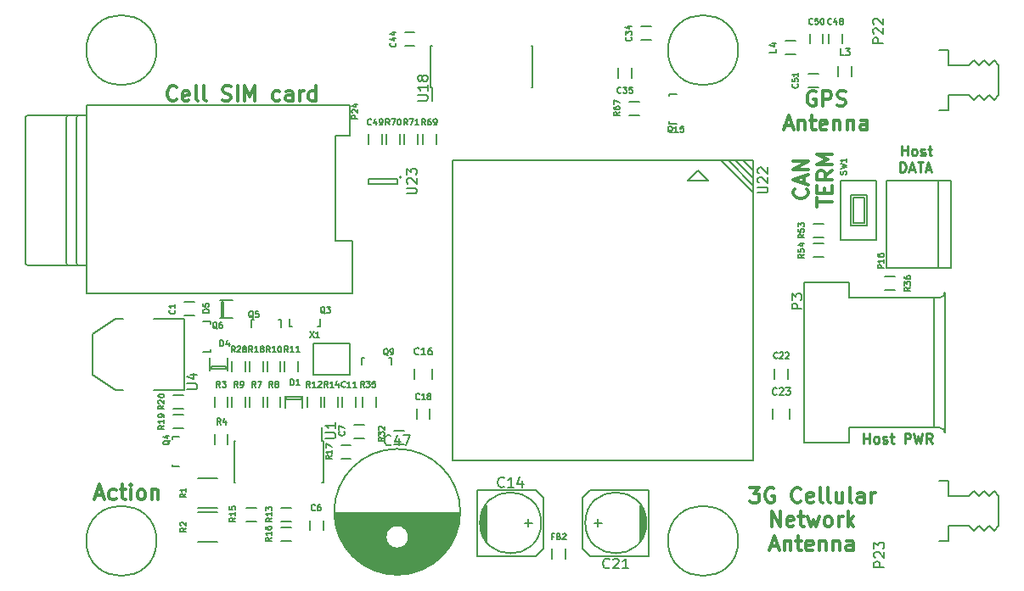
<source format=gto>
G04 #@! TF.FileFunction,Legend,Top*
%FSLAX46Y46*%
G04 Gerber Fmt 4.6, Leading zero omitted, Abs format (unit mm)*
G04 Created by KiCad (PCBNEW 4.0.2-stable) date 3/7/2016 10:52:06 AM*
%MOMM*%
G01*
G04 APERTURE LIST*
%ADD10C,0.100000*%
%ADD11C,0.250000*%
%ADD12C,0.300000*%
%ADD13C,0.200000*%
%ADD14C,0.150000*%
G04 APERTURE END LIST*
D10*
D11*
X118519047Y-59752381D02*
X118519047Y-58752381D01*
X118519047Y-59228571D02*
X119090476Y-59228571D01*
X119090476Y-59752381D02*
X119090476Y-58752381D01*
X119709523Y-59752381D02*
X119614285Y-59704762D01*
X119566666Y-59657143D01*
X119519047Y-59561905D01*
X119519047Y-59276190D01*
X119566666Y-59180952D01*
X119614285Y-59133333D01*
X119709523Y-59085714D01*
X119852381Y-59085714D01*
X119947619Y-59133333D01*
X119995238Y-59180952D01*
X120042857Y-59276190D01*
X120042857Y-59561905D01*
X119995238Y-59657143D01*
X119947619Y-59704762D01*
X119852381Y-59752381D01*
X119709523Y-59752381D01*
X120423809Y-59704762D02*
X120519047Y-59752381D01*
X120709523Y-59752381D01*
X120804762Y-59704762D01*
X120852381Y-59609524D01*
X120852381Y-59561905D01*
X120804762Y-59466667D01*
X120709523Y-59419048D01*
X120566666Y-59419048D01*
X120471428Y-59371429D01*
X120423809Y-59276190D01*
X120423809Y-59228571D01*
X120471428Y-59133333D01*
X120566666Y-59085714D01*
X120709523Y-59085714D01*
X120804762Y-59133333D01*
X121138095Y-59085714D02*
X121519047Y-59085714D01*
X121280952Y-58752381D02*
X121280952Y-59609524D01*
X121328571Y-59704762D01*
X121423809Y-59752381D01*
X121519047Y-59752381D01*
X122614286Y-59752381D02*
X122614286Y-58752381D01*
X122995239Y-58752381D01*
X123090477Y-58800000D01*
X123138096Y-58847619D01*
X123185715Y-58942857D01*
X123185715Y-59085714D01*
X123138096Y-59180952D01*
X123090477Y-59228571D01*
X122995239Y-59276190D01*
X122614286Y-59276190D01*
X123519048Y-58752381D02*
X123757143Y-59752381D01*
X123947620Y-59038095D01*
X124138096Y-59752381D01*
X124376191Y-58752381D01*
X125328572Y-59752381D02*
X124995238Y-59276190D01*
X124757143Y-59752381D02*
X124757143Y-58752381D01*
X125138096Y-58752381D01*
X125233334Y-58800000D01*
X125280953Y-58847619D01*
X125328572Y-58942857D01*
X125328572Y-59085714D01*
X125280953Y-59180952D01*
X125233334Y-59228571D01*
X125138096Y-59276190D01*
X124757143Y-59276190D01*
X122304761Y-31027381D02*
X122304761Y-30027381D01*
X122304761Y-30503571D02*
X122876190Y-30503571D01*
X122876190Y-31027381D02*
X122876190Y-30027381D01*
X123495237Y-31027381D02*
X123399999Y-30979762D01*
X123352380Y-30932143D01*
X123304761Y-30836905D01*
X123304761Y-30551190D01*
X123352380Y-30455952D01*
X123399999Y-30408333D01*
X123495237Y-30360714D01*
X123638095Y-30360714D01*
X123733333Y-30408333D01*
X123780952Y-30455952D01*
X123828571Y-30551190D01*
X123828571Y-30836905D01*
X123780952Y-30932143D01*
X123733333Y-30979762D01*
X123638095Y-31027381D01*
X123495237Y-31027381D01*
X124209523Y-30979762D02*
X124304761Y-31027381D01*
X124495237Y-31027381D01*
X124590476Y-30979762D01*
X124638095Y-30884524D01*
X124638095Y-30836905D01*
X124590476Y-30741667D01*
X124495237Y-30694048D01*
X124352380Y-30694048D01*
X124257142Y-30646429D01*
X124209523Y-30551190D01*
X124209523Y-30503571D01*
X124257142Y-30408333D01*
X124352380Y-30360714D01*
X124495237Y-30360714D01*
X124590476Y-30408333D01*
X124923809Y-30360714D02*
X125304761Y-30360714D01*
X125066666Y-30027381D02*
X125066666Y-30884524D01*
X125114285Y-30979762D01*
X125209523Y-31027381D01*
X125304761Y-31027381D01*
X122161904Y-32677381D02*
X122161904Y-31677381D01*
X122399999Y-31677381D01*
X122542857Y-31725000D01*
X122638095Y-31820238D01*
X122685714Y-31915476D01*
X122733333Y-32105952D01*
X122733333Y-32248810D01*
X122685714Y-32439286D01*
X122638095Y-32534524D01*
X122542857Y-32629762D01*
X122399999Y-32677381D01*
X122161904Y-32677381D01*
X123114285Y-32391667D02*
X123590476Y-32391667D01*
X123019047Y-32677381D02*
X123352380Y-31677381D01*
X123685714Y-32677381D01*
X123876190Y-31677381D02*
X124447619Y-31677381D01*
X124161904Y-32677381D02*
X124161904Y-31677381D01*
X124733333Y-32391667D02*
X125209524Y-32391667D01*
X124638095Y-32677381D02*
X124971428Y-31677381D01*
X125304762Y-32677381D01*
D12*
X41957143Y-64950000D02*
X42671429Y-64950000D01*
X41814286Y-65378571D02*
X42314286Y-63878571D01*
X42814286Y-65378571D01*
X43957143Y-65307143D02*
X43814286Y-65378571D01*
X43528572Y-65378571D01*
X43385714Y-65307143D01*
X43314286Y-65235714D01*
X43242857Y-65092857D01*
X43242857Y-64664286D01*
X43314286Y-64521429D01*
X43385714Y-64450000D01*
X43528572Y-64378571D01*
X43814286Y-64378571D01*
X43957143Y-64450000D01*
X44385714Y-64378571D02*
X44957143Y-64378571D01*
X44600000Y-63878571D02*
X44600000Y-65164286D01*
X44671428Y-65307143D01*
X44814286Y-65378571D01*
X44957143Y-65378571D01*
X45457143Y-65378571D02*
X45457143Y-64378571D01*
X45457143Y-63878571D02*
X45385714Y-63950000D01*
X45457143Y-64021429D01*
X45528571Y-63950000D01*
X45457143Y-63878571D01*
X45457143Y-64021429D01*
X46385715Y-65378571D02*
X46242857Y-65307143D01*
X46171429Y-65235714D01*
X46100000Y-65092857D01*
X46100000Y-64664286D01*
X46171429Y-64521429D01*
X46242857Y-64450000D01*
X46385715Y-64378571D01*
X46600000Y-64378571D01*
X46742857Y-64450000D01*
X46814286Y-64521429D01*
X46885715Y-64664286D01*
X46885715Y-65092857D01*
X46814286Y-65235714D01*
X46742857Y-65307143D01*
X46600000Y-65378571D01*
X46385715Y-65378571D01*
X47528572Y-64378571D02*
X47528572Y-65378571D01*
X47528572Y-64521429D02*
X47600000Y-64450000D01*
X47742858Y-64378571D01*
X47957143Y-64378571D01*
X48100000Y-64450000D01*
X48171429Y-64592857D01*
X48171429Y-65378571D01*
X50000001Y-25435714D02*
X49928572Y-25507143D01*
X49714286Y-25578571D01*
X49571429Y-25578571D01*
X49357144Y-25507143D01*
X49214286Y-25364286D01*
X49142858Y-25221429D01*
X49071429Y-24935714D01*
X49071429Y-24721429D01*
X49142858Y-24435714D01*
X49214286Y-24292857D01*
X49357144Y-24150000D01*
X49571429Y-24078571D01*
X49714286Y-24078571D01*
X49928572Y-24150000D01*
X50000001Y-24221429D01*
X51214286Y-25507143D02*
X51071429Y-25578571D01*
X50785715Y-25578571D01*
X50642858Y-25507143D01*
X50571429Y-25364286D01*
X50571429Y-24792857D01*
X50642858Y-24650000D01*
X50785715Y-24578571D01*
X51071429Y-24578571D01*
X51214286Y-24650000D01*
X51285715Y-24792857D01*
X51285715Y-24935714D01*
X50571429Y-25078571D01*
X52142858Y-25578571D02*
X52000000Y-25507143D01*
X51928572Y-25364286D01*
X51928572Y-24078571D01*
X52928572Y-25578571D02*
X52785714Y-25507143D01*
X52714286Y-25364286D01*
X52714286Y-24078571D01*
X54571428Y-25507143D02*
X54785714Y-25578571D01*
X55142857Y-25578571D01*
X55285714Y-25507143D01*
X55357143Y-25435714D01*
X55428571Y-25292857D01*
X55428571Y-25150000D01*
X55357143Y-25007143D01*
X55285714Y-24935714D01*
X55142857Y-24864286D01*
X54857143Y-24792857D01*
X54714285Y-24721429D01*
X54642857Y-24650000D01*
X54571428Y-24507143D01*
X54571428Y-24364286D01*
X54642857Y-24221429D01*
X54714285Y-24150000D01*
X54857143Y-24078571D01*
X55214285Y-24078571D01*
X55428571Y-24150000D01*
X56071428Y-25578571D02*
X56071428Y-24078571D01*
X56785714Y-25578571D02*
X56785714Y-24078571D01*
X57285714Y-25150000D01*
X57785714Y-24078571D01*
X57785714Y-25578571D01*
X60285714Y-25507143D02*
X60142857Y-25578571D01*
X59857143Y-25578571D01*
X59714285Y-25507143D01*
X59642857Y-25435714D01*
X59571428Y-25292857D01*
X59571428Y-24864286D01*
X59642857Y-24721429D01*
X59714285Y-24650000D01*
X59857143Y-24578571D01*
X60142857Y-24578571D01*
X60285714Y-24650000D01*
X61571428Y-25578571D02*
X61571428Y-24792857D01*
X61499999Y-24650000D01*
X61357142Y-24578571D01*
X61071428Y-24578571D01*
X60928571Y-24650000D01*
X61571428Y-25507143D02*
X61428571Y-25578571D01*
X61071428Y-25578571D01*
X60928571Y-25507143D01*
X60857142Y-25364286D01*
X60857142Y-25221429D01*
X60928571Y-25078571D01*
X61071428Y-25007143D01*
X61428571Y-25007143D01*
X61571428Y-24935714D01*
X62285714Y-25578571D02*
X62285714Y-24578571D01*
X62285714Y-24864286D02*
X62357142Y-24721429D01*
X62428571Y-24650000D01*
X62571428Y-24578571D01*
X62714285Y-24578571D01*
X63857142Y-25578571D02*
X63857142Y-24078571D01*
X63857142Y-25507143D02*
X63714285Y-25578571D01*
X63428571Y-25578571D01*
X63285713Y-25507143D01*
X63214285Y-25435714D01*
X63142856Y-25292857D01*
X63142856Y-24864286D01*
X63214285Y-24721429D01*
X63285713Y-24650000D01*
X63428571Y-24578571D01*
X63714285Y-24578571D01*
X63857142Y-24650000D01*
X107185716Y-64178571D02*
X108114287Y-64178571D01*
X107614287Y-64750000D01*
X107828573Y-64750000D01*
X107971430Y-64821429D01*
X108042859Y-64892857D01*
X108114287Y-65035714D01*
X108114287Y-65392857D01*
X108042859Y-65535714D01*
X107971430Y-65607143D01*
X107828573Y-65678571D01*
X107400001Y-65678571D01*
X107257144Y-65607143D01*
X107185716Y-65535714D01*
X109542858Y-64250000D02*
X109400001Y-64178571D01*
X109185715Y-64178571D01*
X108971430Y-64250000D01*
X108828572Y-64392857D01*
X108757144Y-64535714D01*
X108685715Y-64821429D01*
X108685715Y-65035714D01*
X108757144Y-65321429D01*
X108828572Y-65464286D01*
X108971430Y-65607143D01*
X109185715Y-65678571D01*
X109328572Y-65678571D01*
X109542858Y-65607143D01*
X109614287Y-65535714D01*
X109614287Y-65035714D01*
X109328572Y-65035714D01*
X112257144Y-65535714D02*
X112185715Y-65607143D01*
X111971429Y-65678571D01*
X111828572Y-65678571D01*
X111614287Y-65607143D01*
X111471429Y-65464286D01*
X111400001Y-65321429D01*
X111328572Y-65035714D01*
X111328572Y-64821429D01*
X111400001Y-64535714D01*
X111471429Y-64392857D01*
X111614287Y-64250000D01*
X111828572Y-64178571D01*
X111971429Y-64178571D01*
X112185715Y-64250000D01*
X112257144Y-64321429D01*
X113471429Y-65607143D02*
X113328572Y-65678571D01*
X113042858Y-65678571D01*
X112900001Y-65607143D01*
X112828572Y-65464286D01*
X112828572Y-64892857D01*
X112900001Y-64750000D01*
X113042858Y-64678571D01*
X113328572Y-64678571D01*
X113471429Y-64750000D01*
X113542858Y-64892857D01*
X113542858Y-65035714D01*
X112828572Y-65178571D01*
X114400001Y-65678571D02*
X114257143Y-65607143D01*
X114185715Y-65464286D01*
X114185715Y-64178571D01*
X115185715Y-65678571D02*
X115042857Y-65607143D01*
X114971429Y-65464286D01*
X114971429Y-64178571D01*
X116400000Y-64678571D02*
X116400000Y-65678571D01*
X115757143Y-64678571D02*
X115757143Y-65464286D01*
X115828571Y-65607143D01*
X115971429Y-65678571D01*
X116185714Y-65678571D01*
X116328571Y-65607143D01*
X116400000Y-65535714D01*
X117328572Y-65678571D02*
X117185714Y-65607143D01*
X117114286Y-65464286D01*
X117114286Y-64178571D01*
X118542857Y-65678571D02*
X118542857Y-64892857D01*
X118471428Y-64750000D01*
X118328571Y-64678571D01*
X118042857Y-64678571D01*
X117900000Y-64750000D01*
X118542857Y-65607143D02*
X118400000Y-65678571D01*
X118042857Y-65678571D01*
X117900000Y-65607143D01*
X117828571Y-65464286D01*
X117828571Y-65321429D01*
X117900000Y-65178571D01*
X118042857Y-65107143D01*
X118400000Y-65107143D01*
X118542857Y-65035714D01*
X119257143Y-65678571D02*
X119257143Y-64678571D01*
X119257143Y-64964286D02*
X119328571Y-64821429D01*
X119400000Y-64750000D01*
X119542857Y-64678571D01*
X119685714Y-64678571D01*
X109364286Y-68078571D02*
X109364286Y-66578571D01*
X110221429Y-68078571D01*
X110221429Y-66578571D01*
X111507143Y-68007143D02*
X111364286Y-68078571D01*
X111078572Y-68078571D01*
X110935715Y-68007143D01*
X110864286Y-67864286D01*
X110864286Y-67292857D01*
X110935715Y-67150000D01*
X111078572Y-67078571D01*
X111364286Y-67078571D01*
X111507143Y-67150000D01*
X111578572Y-67292857D01*
X111578572Y-67435714D01*
X110864286Y-67578571D01*
X112007143Y-67078571D02*
X112578572Y-67078571D01*
X112221429Y-66578571D02*
X112221429Y-67864286D01*
X112292857Y-68007143D01*
X112435715Y-68078571D01*
X112578572Y-68078571D01*
X112935715Y-67078571D02*
X113221429Y-68078571D01*
X113507143Y-67364286D01*
X113792858Y-68078571D01*
X114078572Y-67078571D01*
X114864287Y-68078571D02*
X114721429Y-68007143D01*
X114650001Y-67935714D01*
X114578572Y-67792857D01*
X114578572Y-67364286D01*
X114650001Y-67221429D01*
X114721429Y-67150000D01*
X114864287Y-67078571D01*
X115078572Y-67078571D01*
X115221429Y-67150000D01*
X115292858Y-67221429D01*
X115364287Y-67364286D01*
X115364287Y-67792857D01*
X115292858Y-67935714D01*
X115221429Y-68007143D01*
X115078572Y-68078571D01*
X114864287Y-68078571D01*
X116007144Y-68078571D02*
X116007144Y-67078571D01*
X116007144Y-67364286D02*
X116078572Y-67221429D01*
X116150001Y-67150000D01*
X116292858Y-67078571D01*
X116435715Y-67078571D01*
X116935715Y-68078571D02*
X116935715Y-66578571D01*
X117078572Y-67507143D02*
X117507143Y-68078571D01*
X117507143Y-67078571D02*
X116935715Y-67650000D01*
X109257143Y-70050000D02*
X109971429Y-70050000D01*
X109114286Y-70478571D02*
X109614286Y-68978571D01*
X110114286Y-70478571D01*
X110614286Y-69478571D02*
X110614286Y-70478571D01*
X110614286Y-69621429D02*
X110685714Y-69550000D01*
X110828572Y-69478571D01*
X111042857Y-69478571D01*
X111185714Y-69550000D01*
X111257143Y-69692857D01*
X111257143Y-70478571D01*
X111757143Y-69478571D02*
X112328572Y-69478571D01*
X111971429Y-68978571D02*
X111971429Y-70264286D01*
X112042857Y-70407143D01*
X112185715Y-70478571D01*
X112328572Y-70478571D01*
X113400000Y-70407143D02*
X113257143Y-70478571D01*
X112971429Y-70478571D01*
X112828572Y-70407143D01*
X112757143Y-70264286D01*
X112757143Y-69692857D01*
X112828572Y-69550000D01*
X112971429Y-69478571D01*
X113257143Y-69478571D01*
X113400000Y-69550000D01*
X113471429Y-69692857D01*
X113471429Y-69835714D01*
X112757143Y-69978571D01*
X114114286Y-69478571D02*
X114114286Y-70478571D01*
X114114286Y-69621429D02*
X114185714Y-69550000D01*
X114328572Y-69478571D01*
X114542857Y-69478571D01*
X114685714Y-69550000D01*
X114757143Y-69692857D01*
X114757143Y-70478571D01*
X115471429Y-69478571D02*
X115471429Y-70478571D01*
X115471429Y-69621429D02*
X115542857Y-69550000D01*
X115685715Y-69478571D01*
X115900000Y-69478571D01*
X116042857Y-69550000D01*
X116114286Y-69692857D01*
X116114286Y-70478571D01*
X117471429Y-70478571D02*
X117471429Y-69692857D01*
X117400000Y-69550000D01*
X117257143Y-69478571D01*
X116971429Y-69478571D01*
X116828572Y-69550000D01*
X117471429Y-70407143D02*
X117328572Y-70478571D01*
X116971429Y-70478571D01*
X116828572Y-70407143D01*
X116757143Y-70264286D01*
X116757143Y-70121429D01*
X116828572Y-69978571D01*
X116971429Y-69907143D01*
X117328572Y-69907143D01*
X117471429Y-69835714D01*
X113728572Y-24650000D02*
X113585715Y-24578571D01*
X113371429Y-24578571D01*
X113157144Y-24650000D01*
X113014286Y-24792857D01*
X112942858Y-24935714D01*
X112871429Y-25221429D01*
X112871429Y-25435714D01*
X112942858Y-25721429D01*
X113014286Y-25864286D01*
X113157144Y-26007143D01*
X113371429Y-26078571D01*
X113514286Y-26078571D01*
X113728572Y-26007143D01*
X113800001Y-25935714D01*
X113800001Y-25435714D01*
X113514286Y-25435714D01*
X114442858Y-26078571D02*
X114442858Y-24578571D01*
X115014286Y-24578571D01*
X115157144Y-24650000D01*
X115228572Y-24721429D01*
X115300001Y-24864286D01*
X115300001Y-25078571D01*
X115228572Y-25221429D01*
X115157144Y-25292857D01*
X115014286Y-25364286D01*
X114442858Y-25364286D01*
X115871429Y-26007143D02*
X116085715Y-26078571D01*
X116442858Y-26078571D01*
X116585715Y-26007143D01*
X116657144Y-25935714D01*
X116728572Y-25792857D01*
X116728572Y-25650000D01*
X116657144Y-25507143D01*
X116585715Y-25435714D01*
X116442858Y-25364286D01*
X116157144Y-25292857D01*
X116014286Y-25221429D01*
X115942858Y-25150000D01*
X115871429Y-25007143D01*
X115871429Y-24864286D01*
X115942858Y-24721429D01*
X116014286Y-24650000D01*
X116157144Y-24578571D01*
X116514286Y-24578571D01*
X116728572Y-24650000D01*
X110657143Y-28050000D02*
X111371429Y-28050000D01*
X110514286Y-28478571D02*
X111014286Y-26978571D01*
X111514286Y-28478571D01*
X112014286Y-27478571D02*
X112014286Y-28478571D01*
X112014286Y-27621429D02*
X112085714Y-27550000D01*
X112228572Y-27478571D01*
X112442857Y-27478571D01*
X112585714Y-27550000D01*
X112657143Y-27692857D01*
X112657143Y-28478571D01*
X113157143Y-27478571D02*
X113728572Y-27478571D01*
X113371429Y-26978571D02*
X113371429Y-28264286D01*
X113442857Y-28407143D01*
X113585715Y-28478571D01*
X113728572Y-28478571D01*
X114800000Y-28407143D02*
X114657143Y-28478571D01*
X114371429Y-28478571D01*
X114228572Y-28407143D01*
X114157143Y-28264286D01*
X114157143Y-27692857D01*
X114228572Y-27550000D01*
X114371429Y-27478571D01*
X114657143Y-27478571D01*
X114800000Y-27550000D01*
X114871429Y-27692857D01*
X114871429Y-27835714D01*
X114157143Y-27978571D01*
X115514286Y-27478571D02*
X115514286Y-28478571D01*
X115514286Y-27621429D02*
X115585714Y-27550000D01*
X115728572Y-27478571D01*
X115942857Y-27478571D01*
X116085714Y-27550000D01*
X116157143Y-27692857D01*
X116157143Y-28478571D01*
X116871429Y-27478571D02*
X116871429Y-28478571D01*
X116871429Y-27621429D02*
X116942857Y-27550000D01*
X117085715Y-27478571D01*
X117300000Y-27478571D01*
X117442857Y-27550000D01*
X117514286Y-27692857D01*
X117514286Y-28478571D01*
X118871429Y-28478571D02*
X118871429Y-27692857D01*
X118800000Y-27550000D01*
X118657143Y-27478571D01*
X118371429Y-27478571D01*
X118228572Y-27550000D01*
X118871429Y-28407143D02*
X118728572Y-28478571D01*
X118371429Y-28478571D01*
X118228572Y-28407143D01*
X118157143Y-28264286D01*
X118157143Y-28121429D01*
X118228572Y-27978571D01*
X118371429Y-27907143D01*
X118728572Y-27907143D01*
X118871429Y-27835714D01*
X112835714Y-34364285D02*
X112907143Y-34435714D01*
X112978571Y-34650000D01*
X112978571Y-34792857D01*
X112907143Y-35007142D01*
X112764286Y-35150000D01*
X112621429Y-35221428D01*
X112335714Y-35292857D01*
X112121429Y-35292857D01*
X111835714Y-35221428D01*
X111692857Y-35150000D01*
X111550000Y-35007142D01*
X111478571Y-34792857D01*
X111478571Y-34650000D01*
X111550000Y-34435714D01*
X111621429Y-34364285D01*
X112550000Y-33792857D02*
X112550000Y-33078571D01*
X112978571Y-33935714D02*
X111478571Y-33435714D01*
X112978571Y-32935714D01*
X112978571Y-32435714D02*
X111478571Y-32435714D01*
X112978571Y-31578571D01*
X111478571Y-31578571D01*
X113878571Y-36114286D02*
X113878571Y-35257143D01*
X115378571Y-35685714D02*
X113878571Y-35685714D01*
X114592857Y-34757143D02*
X114592857Y-34257143D01*
X115378571Y-34042857D02*
X115378571Y-34757143D01*
X113878571Y-34757143D01*
X113878571Y-34042857D01*
X115378571Y-32542857D02*
X114664286Y-33042857D01*
X115378571Y-33400000D02*
X113878571Y-33400000D01*
X113878571Y-32828572D01*
X113950000Y-32685714D01*
X114021429Y-32614286D01*
X114164286Y-32542857D01*
X114378571Y-32542857D01*
X114521429Y-32614286D01*
X114592857Y-32685714D01*
X114664286Y-32828572D01*
X114664286Y-33400000D01*
X115378571Y-31900000D02*
X113878571Y-31900000D01*
X114950000Y-31400000D01*
X113878571Y-30900000D01*
X115378571Y-30900000D01*
D13*
X48000000Y-69500000D02*
G75*
G03X48000000Y-69500000I-3500000J0D01*
G01*
X106000000Y-69500000D02*
G75*
G03X106000000Y-69500000I-3500000J0D01*
G01*
X106000000Y-20500000D02*
G75*
G03X106000000Y-20500000I-3500000J0D01*
G01*
X48000000Y-20500000D02*
G75*
G03X48000000Y-20500000I-3500000J0D01*
G01*
D14*
X53350240Y-50399160D02*
X53350240Y-50350900D01*
X52649200Y-47600180D02*
X53350240Y-47600180D01*
X53350240Y-47600180D02*
X53350240Y-47849100D01*
X53350240Y-50399160D02*
X53350240Y-50599820D01*
X53350240Y-50599820D02*
X52649200Y-50599820D01*
X80379000Y-66938000D02*
X80379000Y-68462000D01*
X80506000Y-68843000D02*
X80506000Y-66557000D01*
X80633000Y-66303000D02*
X80633000Y-69097000D01*
X80760000Y-69351000D02*
X80760000Y-66049000D01*
X80887000Y-65922000D02*
X80887000Y-69478000D01*
X79998000Y-64398000D02*
X79998000Y-71002000D01*
X79998000Y-71002000D02*
X85840000Y-71002000D01*
X85840000Y-71002000D02*
X86602000Y-70240000D01*
X86602000Y-70240000D02*
X86602000Y-65160000D01*
X86602000Y-65160000D02*
X85840000Y-64398000D01*
X85840000Y-64398000D02*
X79998000Y-64398000D01*
X85459000Y-67700000D02*
X84697000Y-67700000D01*
X85078000Y-67319000D02*
X85078000Y-68081000D01*
X86348000Y-67700000D02*
G75*
G03X86348000Y-67700000I-3048000J0D01*
G01*
X96721000Y-68462000D02*
X96721000Y-66938000D01*
X96594000Y-66557000D02*
X96594000Y-68843000D01*
X96467000Y-69097000D02*
X96467000Y-66303000D01*
X96340000Y-66049000D02*
X96340000Y-69351000D01*
X96213000Y-69478000D02*
X96213000Y-65922000D01*
X97102000Y-71002000D02*
X97102000Y-64398000D01*
X97102000Y-64398000D02*
X91260000Y-64398000D01*
X91260000Y-64398000D02*
X90498000Y-65160000D01*
X90498000Y-65160000D02*
X90498000Y-70240000D01*
X90498000Y-70240000D02*
X91260000Y-71002000D01*
X91260000Y-71002000D02*
X97102000Y-71002000D01*
X91641000Y-67700000D02*
X92403000Y-67700000D01*
X92022000Y-68081000D02*
X92022000Y-67319000D01*
X96848000Y-67700000D02*
G75*
G03X96848000Y-67700000I-3048000J0D01*
G01*
X78250000Y-66675000D02*
X65750000Y-66675000D01*
X78246000Y-66815000D02*
X65754000Y-66815000D01*
X78240000Y-66955000D02*
X65760000Y-66955000D01*
X78230000Y-67095000D02*
X65770000Y-67095000D01*
X78218000Y-67235000D02*
X65782000Y-67235000D01*
X78202000Y-67375000D02*
X65798000Y-67375000D01*
X78183000Y-67515000D02*
X65817000Y-67515000D01*
X78160000Y-67655000D02*
X65840000Y-67655000D01*
X78135000Y-67795000D02*
X65865000Y-67795000D01*
X78106000Y-67935000D02*
X65894000Y-67935000D01*
X78073000Y-68075000D02*
X72521000Y-68075000D01*
X71479000Y-68075000D02*
X65927000Y-68075000D01*
X78038000Y-68215000D02*
X72734000Y-68215000D01*
X71266000Y-68215000D02*
X65962000Y-68215000D01*
X77999000Y-68355000D02*
X72876000Y-68355000D01*
X71124000Y-68355000D02*
X66001000Y-68355000D01*
X77956000Y-68495000D02*
X72978000Y-68495000D01*
X71022000Y-68495000D02*
X66044000Y-68495000D01*
X77909000Y-68635000D02*
X73052000Y-68635000D01*
X70948000Y-68635000D02*
X66091000Y-68635000D01*
X77859000Y-68775000D02*
X73103000Y-68775000D01*
X70897000Y-68775000D02*
X66141000Y-68775000D01*
X77805000Y-68915000D02*
X73135000Y-68915000D01*
X70865000Y-68915000D02*
X66195000Y-68915000D01*
X77748000Y-69055000D02*
X73149000Y-69055000D01*
X70851000Y-69055000D02*
X66252000Y-69055000D01*
X77686000Y-69195000D02*
X73146000Y-69195000D01*
X70854000Y-69195000D02*
X66314000Y-69195000D01*
X77620000Y-69335000D02*
X73126000Y-69335000D01*
X70874000Y-69335000D02*
X66380000Y-69335000D01*
X77549000Y-69475000D02*
X73087000Y-69475000D01*
X70913000Y-69475000D02*
X66451000Y-69475000D01*
X77475000Y-69615000D02*
X73028000Y-69615000D01*
X70972000Y-69615000D02*
X66525000Y-69615000D01*
X77395000Y-69755000D02*
X72945000Y-69755000D01*
X71055000Y-69755000D02*
X66605000Y-69755000D01*
X77311000Y-69895000D02*
X72831000Y-69895000D01*
X71169000Y-69895000D02*
X66689000Y-69895000D01*
X77221000Y-70035000D02*
X72670000Y-70035000D01*
X71330000Y-70035000D02*
X66779000Y-70035000D01*
X77127000Y-70175000D02*
X72409000Y-70175000D01*
X71591000Y-70175000D02*
X66873000Y-70175000D01*
X77026000Y-70315000D02*
X66974000Y-70315000D01*
X76919000Y-70455000D02*
X67081000Y-70455000D01*
X76807000Y-70595000D02*
X67193000Y-70595000D01*
X76687000Y-70735000D02*
X67313000Y-70735000D01*
X76559000Y-70875000D02*
X67441000Y-70875000D01*
X76424000Y-71015000D02*
X67576000Y-71015000D01*
X76280000Y-71155000D02*
X67720000Y-71155000D01*
X76125000Y-71295000D02*
X67875000Y-71295000D01*
X75960000Y-71435000D02*
X68040000Y-71435000D01*
X75783000Y-71575000D02*
X68217000Y-71575000D01*
X75592000Y-71715000D02*
X68408000Y-71715000D01*
X75383000Y-71855000D02*
X68617000Y-71855000D01*
X75155000Y-71995000D02*
X68845000Y-71995000D01*
X74903000Y-72135000D02*
X69097000Y-72135000D01*
X74619000Y-72275000D02*
X69381000Y-72275000D01*
X74291000Y-72415000D02*
X69709000Y-72415000D01*
X73897000Y-72555000D02*
X70103000Y-72555000D01*
X73383000Y-72695000D02*
X70617000Y-72695000D01*
X72433000Y-72835000D02*
X71567000Y-72835000D01*
X73150000Y-69100000D02*
G75*
G03X73150000Y-69100000I-1150000J0D01*
G01*
X78287500Y-66600000D02*
G75*
G03X78287500Y-66600000I-6287500J0D01*
G01*
X64625000Y-59500000D02*
X64510000Y-59500000D01*
X64625000Y-63650000D02*
X64510000Y-63650000D01*
X55725000Y-63650000D02*
X55840000Y-63650000D01*
X55725000Y-59500000D02*
X55840000Y-59500000D01*
X64625000Y-59500000D02*
X64625000Y-63650000D01*
X55725000Y-59500000D02*
X55725000Y-63650000D01*
X64510000Y-59500000D02*
X64510000Y-58125000D01*
X47724000Y-54406000D02*
X50772000Y-54406000D01*
X50772000Y-54406000D02*
X50772000Y-47294000D01*
X50772000Y-47294000D02*
X47724000Y-47294000D01*
X44676000Y-54406000D02*
X43914000Y-54406000D01*
X43914000Y-54406000D02*
X41628000Y-52882000D01*
X41628000Y-52882000D02*
X41628000Y-48818000D01*
X41628000Y-48818000D02*
X43914000Y-47294000D01*
X43914000Y-47294000D02*
X44676000Y-47294000D01*
X75350000Y-24200000D02*
X75455000Y-24200000D01*
X75350000Y-20050000D02*
X75455000Y-20050000D01*
X85500000Y-20050000D02*
X85395000Y-20050000D01*
X85500000Y-24200000D02*
X85395000Y-24200000D01*
X75350000Y-24200000D02*
X75350000Y-20050000D01*
X85500000Y-24200000D02*
X85500000Y-20050000D01*
X75455000Y-24200000D02*
X75455000Y-25575000D01*
X72400000Y-33200000D02*
G75*
G03X72400000Y-33200000I-100000J0D01*
G01*
X72050000Y-33850000D02*
X72050000Y-33350000D01*
X69150000Y-33850000D02*
X72050000Y-33850000D01*
X69150000Y-33350000D02*
X69150000Y-33850000D01*
X72050000Y-33350000D02*
X69150000Y-33350000D01*
X73750000Y-52300000D02*
X73750000Y-53300000D01*
X75450000Y-53300000D02*
X75450000Y-52300000D01*
X111150000Y-57300000D02*
X111150000Y-56300000D01*
X109450000Y-56300000D02*
X109450000Y-57300000D01*
X117325000Y-22100000D02*
X117325000Y-23100000D01*
X115975000Y-23100000D02*
X115975000Y-22100000D01*
X111700000Y-20925000D02*
X110700000Y-20925000D01*
X110700000Y-19575000D02*
X111700000Y-19575000D01*
X125500000Y-45200000D02*
X125500000Y-58200000D01*
X126100000Y-58200000D02*
X117100000Y-58200000D01*
X126100000Y-45200000D02*
X117100000Y-45200000D01*
X112600000Y-45200000D02*
X112600000Y-43700000D01*
X112600000Y-43700000D02*
X117100000Y-43700000D01*
X117100000Y-43700000D02*
X117100000Y-45200000D01*
X117100000Y-58200000D02*
X117100000Y-59700000D01*
X117100000Y-59700000D02*
X112600000Y-59700000D01*
X112600000Y-59700000D02*
X112600000Y-58200000D01*
X126100000Y-45200000D02*
G75*
G03X126600000Y-44700000I0J500000D01*
G01*
X126600000Y-58700000D02*
G75*
G03X126100000Y-58200000I-500000J0D01*
G01*
X112600000Y-45200000D02*
X112600000Y-58200000D01*
X126600000Y-44700000D02*
X126600000Y-58700000D01*
X127217460Y-42250900D02*
X127217460Y-33550900D01*
X120812460Y-42250900D02*
X120812460Y-33550900D01*
X120812460Y-33550900D02*
X127217460Y-33550900D01*
X125987460Y-33550900D02*
X125987460Y-42250900D01*
X127217460Y-42250900D02*
X120812460Y-42250900D01*
X126000000Y-20500000D02*
X127000000Y-20500000D01*
X127000000Y-20500000D02*
X127000000Y-22000000D01*
X127000000Y-22000000D02*
X129000000Y-22000000D01*
X129000000Y-22000000D02*
X129500000Y-21500000D01*
X129500000Y-21500000D02*
X130000000Y-22000000D01*
X130000000Y-22000000D02*
X130500000Y-21500000D01*
X130500000Y-21500000D02*
X131000000Y-22000000D01*
X131000000Y-22000000D02*
X131500000Y-21500000D01*
X131500000Y-21500000D02*
X132000000Y-22000000D01*
X132000000Y-22000000D02*
X132000000Y-25000000D01*
X132000000Y-25000000D02*
X131500000Y-25500000D01*
X131500000Y-25500000D02*
X131000000Y-25000000D01*
X131000000Y-25000000D02*
X130500000Y-25500000D01*
X130500000Y-25500000D02*
X130000000Y-25000000D01*
X130000000Y-25000000D02*
X129500000Y-25500000D01*
X129500000Y-25500000D02*
X129000000Y-25000000D01*
X129000000Y-25000000D02*
X127000000Y-25000000D01*
X127000000Y-25000000D02*
X127000000Y-26500000D01*
X127000000Y-26500000D02*
X126000000Y-26500000D01*
X126000000Y-63500000D02*
X127000000Y-63500000D01*
X127000000Y-63500000D02*
X127000000Y-65000000D01*
X127000000Y-65000000D02*
X129000000Y-65000000D01*
X129000000Y-65000000D02*
X129500000Y-64500000D01*
X129500000Y-64500000D02*
X130000000Y-65000000D01*
X130000000Y-65000000D02*
X130500000Y-64500000D01*
X130500000Y-64500000D02*
X131000000Y-65000000D01*
X131000000Y-65000000D02*
X131500000Y-64500000D01*
X131500000Y-64500000D02*
X132000000Y-65000000D01*
X132000000Y-65000000D02*
X132000000Y-68000000D01*
X132000000Y-68000000D02*
X131500000Y-68500000D01*
X131500000Y-68500000D02*
X131000000Y-68000000D01*
X131000000Y-68000000D02*
X130500000Y-68500000D01*
X130500000Y-68500000D02*
X130000000Y-68000000D01*
X130000000Y-68000000D02*
X129500000Y-68500000D01*
X129500000Y-68500000D02*
X129000000Y-68000000D01*
X129000000Y-68000000D02*
X127000000Y-68000000D01*
X127000000Y-68000000D02*
X127000000Y-69500000D01*
X127000000Y-69500000D02*
X126000000Y-69500000D01*
X40000000Y-41700000D02*
G75*
G03X40300000Y-42000000I300000J0D01*
G01*
X39000000Y-41700000D02*
G75*
G03X39300000Y-42000000I300000J0D01*
G01*
X40300000Y-27000000D02*
G75*
G03X40000000Y-27300000I0J-300000D01*
G01*
X39300000Y-27000000D02*
G75*
G03X39000000Y-27300000I0J-300000D01*
G01*
X39000000Y-41700000D02*
X39000000Y-27300000D01*
X40000000Y-27300000D02*
X40000000Y-41700000D01*
X35200000Y-42000000D02*
X41000000Y-42000000D01*
X34900000Y-41700000D02*
G75*
G03X35200000Y-42000000I300000J0D01*
G01*
X34900000Y-27300000D02*
X34900000Y-41700000D01*
X35200000Y-27000000D02*
X41000000Y-27000000D01*
X35200000Y-27000000D02*
G75*
G03X34900000Y-27300000I0J-300000D01*
G01*
X41000000Y-44800000D02*
X41000000Y-26000000D01*
X67300000Y-28200000D02*
X67300000Y-29000000D01*
X67300000Y-29000000D02*
X65800000Y-29000000D01*
X65800000Y-29000000D02*
X65800000Y-39500000D01*
X65800000Y-39500000D02*
X67500000Y-39500000D01*
X67300000Y-26000000D02*
X67300000Y-28200000D01*
X67300000Y-26000000D02*
X41000000Y-26000000D01*
X67500000Y-44800000D02*
X41000000Y-44800000D01*
X67500000Y-39500000D02*
X67500000Y-44800000D01*
X61500840Y-48050240D02*
X61549100Y-48050240D01*
X64299820Y-47349200D02*
X64299820Y-48050240D01*
X64299820Y-48050240D02*
X64050900Y-48050240D01*
X61500840Y-48050240D02*
X61300180Y-48050240D01*
X61300180Y-48050240D02*
X61300180Y-47349200D01*
X49549760Y-59300840D02*
X49549760Y-59349100D01*
X50250800Y-62099820D02*
X49549760Y-62099820D01*
X49549760Y-62099820D02*
X49549760Y-61850900D01*
X49549760Y-59300840D02*
X49549760Y-59100180D01*
X49549760Y-59100180D02*
X50250800Y-59100180D01*
X60249160Y-47449760D02*
X60200900Y-47449760D01*
X57450180Y-48150800D02*
X57450180Y-47449760D01*
X57450180Y-47449760D02*
X57699100Y-47449760D01*
X60249160Y-47449760D02*
X60449820Y-47449760D01*
X60449820Y-47449760D02*
X60449820Y-48150800D01*
X71249160Y-51199760D02*
X71200900Y-51199760D01*
X68450180Y-51900800D02*
X68450180Y-51199760D01*
X68450180Y-51199760D02*
X68699100Y-51199760D01*
X71249160Y-51199760D02*
X71449820Y-51199760D01*
X71449820Y-51199760D02*
X71449820Y-51900800D01*
X99149760Y-25050840D02*
X99149760Y-25099100D01*
X99850800Y-27849820D02*
X99149760Y-27849820D01*
X99149760Y-27849820D02*
X99149760Y-27600900D01*
X99149760Y-25050840D02*
X99149760Y-24850180D01*
X99149760Y-24850180D02*
X99850800Y-24850180D01*
X117449780Y-37739890D02*
X117449780Y-35239890D01*
X117449780Y-35239890D02*
X118549780Y-35239890D01*
X118549780Y-35239890D02*
X118549780Y-37739890D01*
X118549780Y-37739890D02*
X117449780Y-37739890D01*
X118799780Y-37989890D02*
X118799780Y-34989890D01*
X117199780Y-37989890D02*
X117199780Y-34989890D01*
X117199780Y-34989890D02*
X118799780Y-34989890D01*
X117199780Y-37989890D02*
X118799780Y-37989890D01*
X119749780Y-39489890D02*
X119749780Y-33489890D01*
X116249780Y-39489890D02*
X116249780Y-33489890D01*
X116249780Y-39489890D02*
X119749780Y-39489890D01*
X116249780Y-33489890D02*
X119749780Y-33489890D01*
X102000000Y-32500000D02*
X101000000Y-33500000D01*
X101000000Y-33500000D02*
X103000000Y-33500000D01*
X102000000Y-32500000D02*
X103000000Y-33500000D01*
X106500000Y-31500000D02*
X107500000Y-32500000D01*
X107500000Y-32500000D02*
X107500000Y-33250000D01*
X107500000Y-33250000D02*
X105750000Y-31500000D01*
X105750000Y-31500000D02*
X105000000Y-31500000D01*
X105000000Y-31500000D02*
X107500000Y-34000000D01*
X107500000Y-34000000D02*
X107500000Y-34750000D01*
X107500000Y-34750000D02*
X104250000Y-31500000D01*
X77500000Y-31500000D02*
X77500000Y-61500000D01*
X77500000Y-61500000D02*
X107500000Y-61500000D01*
X107500000Y-61500000D02*
X107500000Y-31500000D01*
X107500000Y-31500000D02*
X77500000Y-31500000D01*
X62450000Y-55100000D02*
X60950000Y-55100000D01*
X60950000Y-55100000D02*
X60950000Y-55350000D01*
X60950000Y-55350000D02*
X62450000Y-55350000D01*
X62450000Y-55350000D02*
X62450000Y-55100000D01*
X60825000Y-56200000D02*
X60825000Y-55000000D01*
X62575000Y-55000000D02*
X62575000Y-56200000D01*
X53450000Y-52350000D02*
X54950000Y-52350000D01*
X54950000Y-52350000D02*
X54950000Y-52100000D01*
X54950000Y-52100000D02*
X53450000Y-52100000D01*
X53450000Y-52100000D02*
X53450000Y-52350000D01*
X55075000Y-51250000D02*
X55075000Y-52450000D01*
X53325000Y-52450000D02*
X53325000Y-51250000D01*
X54450000Y-45600000D02*
X54450000Y-47100000D01*
X54450000Y-47100000D02*
X54700000Y-47100000D01*
X54700000Y-47100000D02*
X54700000Y-45600000D01*
X54700000Y-45600000D02*
X54450000Y-45600000D01*
X55550000Y-47225000D02*
X54350000Y-47225000D01*
X54350000Y-45475000D02*
X55550000Y-45475000D01*
X63650000Y-49750000D02*
X63650000Y-52950000D01*
X63650000Y-52950000D02*
X67250000Y-52950000D01*
X67250000Y-52950000D02*
X67250000Y-49750000D01*
X67250000Y-49750000D02*
X63650000Y-49750000D01*
X72725000Y-29900000D02*
X72725000Y-28900000D01*
X74075000Y-28900000D02*
X74075000Y-29900000D01*
X70925000Y-29900000D02*
X70925000Y-28900000D01*
X72275000Y-28900000D02*
X72275000Y-29900000D01*
X74525000Y-29900000D02*
X74525000Y-28900000D01*
X75875000Y-28900000D02*
X75875000Y-29900000D01*
X95150000Y-25675000D02*
X96150000Y-25675000D01*
X96150000Y-27025000D02*
X95150000Y-27025000D01*
X114500000Y-41175000D02*
X113500000Y-41175000D01*
X113500000Y-39825000D02*
X114500000Y-39825000D01*
X113500000Y-37825000D02*
X114500000Y-37825000D01*
X114500000Y-39175000D02*
X113500000Y-39175000D01*
X121600000Y-44475000D02*
X120600000Y-44475000D01*
X120600000Y-43125000D02*
X121600000Y-43125000D01*
X69875000Y-55100000D02*
X69875000Y-56100000D01*
X68525000Y-56100000D02*
X68525000Y-55100000D01*
X71700000Y-58525000D02*
X72700000Y-58525000D01*
X72700000Y-59875000D02*
X71700000Y-59875000D01*
X56875000Y-51600000D02*
X56875000Y-52600000D01*
X55525000Y-52600000D02*
X55525000Y-51600000D01*
X49700000Y-54925000D02*
X50700000Y-54925000D01*
X50700000Y-56275000D02*
X49700000Y-56275000D01*
X49700000Y-56925000D02*
X50700000Y-56925000D01*
X50700000Y-58275000D02*
X49700000Y-58275000D01*
X57275000Y-52600000D02*
X57275000Y-51600000D01*
X58625000Y-51600000D02*
X58625000Y-52600000D01*
X66400000Y-59925000D02*
X67400000Y-59925000D01*
X67400000Y-61275000D02*
X66400000Y-61275000D01*
X60450000Y-68175000D02*
X61450000Y-68175000D01*
X61450000Y-69525000D02*
X60450000Y-69525000D01*
X56950000Y-66175000D02*
X57950000Y-66175000D01*
X57950000Y-67525000D02*
X56950000Y-67525000D01*
X64775000Y-56100000D02*
X64775000Y-55100000D01*
X66125000Y-55100000D02*
X66125000Y-56100000D01*
X61450000Y-67525000D02*
X60450000Y-67525000D01*
X60450000Y-66175000D02*
X61450000Y-66175000D01*
X63025000Y-56100000D02*
X63025000Y-55100000D01*
X64375000Y-55100000D02*
X64375000Y-56100000D01*
X62125000Y-51600000D02*
X62125000Y-52600000D01*
X60775000Y-52600000D02*
X60775000Y-51600000D01*
X59025000Y-52600000D02*
X59025000Y-51600000D01*
X60375000Y-51600000D02*
X60375000Y-52600000D01*
X56875000Y-55100000D02*
X56875000Y-56100000D01*
X55525000Y-56100000D02*
X55525000Y-55100000D01*
X60375000Y-55100000D02*
X60375000Y-56100000D01*
X59025000Y-56100000D02*
X59025000Y-55100000D01*
X58625000Y-55100000D02*
X58625000Y-56100000D01*
X57275000Y-56100000D02*
X57275000Y-55100000D01*
X55125000Y-58850000D02*
X55125000Y-59850000D01*
X53775000Y-59850000D02*
X53775000Y-58850000D01*
X53775000Y-56100000D02*
X53775000Y-55100000D01*
X55125000Y-55100000D02*
X55125000Y-56100000D01*
X87425000Y-71300000D02*
X87425000Y-70300000D01*
X88775000Y-70300000D02*
X88775000Y-71300000D01*
X51800000Y-47025000D02*
X50800000Y-47025000D01*
X50800000Y-45675000D02*
X51800000Y-45675000D01*
X64625000Y-67450000D02*
X64625000Y-68450000D01*
X63275000Y-68450000D02*
X63275000Y-67450000D01*
X67700000Y-57925000D02*
X68700000Y-57925000D01*
X68700000Y-59275000D02*
X67700000Y-59275000D01*
X66525000Y-56100000D02*
X66525000Y-55100000D01*
X67875000Y-55100000D02*
X67875000Y-56100000D01*
X73925000Y-57300000D02*
X73925000Y-56300000D01*
X75275000Y-56300000D02*
X75275000Y-57300000D01*
X110975000Y-52300000D02*
X110975000Y-53300000D01*
X109625000Y-53300000D02*
X109625000Y-52300000D01*
X97300000Y-19475000D02*
X96300000Y-19475000D01*
X96300000Y-18125000D02*
X97300000Y-18125000D01*
X95375000Y-22300000D02*
X95375000Y-23300000D01*
X94025000Y-23300000D02*
X94025000Y-22300000D01*
X72750000Y-18725000D02*
X73750000Y-18725000D01*
X73750000Y-20075000D02*
X72750000Y-20075000D01*
X116375000Y-18850000D02*
X116375000Y-19850000D01*
X115025000Y-19850000D02*
X115025000Y-18850000D01*
X69125000Y-29900000D02*
X69125000Y-28900000D01*
X70475000Y-28900000D02*
X70475000Y-29900000D01*
X114475000Y-18850000D02*
X114475000Y-19850000D01*
X113125000Y-19850000D02*
X113125000Y-18850000D01*
X113000000Y-22825000D02*
X114000000Y-22825000D01*
X114000000Y-24175000D02*
X113000000Y-24175000D01*
X52100000Y-63225000D02*
X54100000Y-63225000D01*
X54100000Y-66175000D02*
X52100000Y-66175000D01*
X52100000Y-66625000D02*
X54100000Y-66625000D01*
X54100000Y-69575000D02*
X52100000Y-69575000D01*
X54042857Y-48328571D02*
X53985714Y-48300000D01*
X53928571Y-48242857D01*
X53842857Y-48157143D01*
X53785714Y-48128571D01*
X53728571Y-48128571D01*
X53757143Y-48271429D02*
X53700000Y-48242857D01*
X53642857Y-48185714D01*
X53614286Y-48071429D01*
X53614286Y-47871429D01*
X53642857Y-47757143D01*
X53700000Y-47700000D01*
X53757143Y-47671429D01*
X53871429Y-47671429D01*
X53928571Y-47700000D01*
X53985714Y-47757143D01*
X54014286Y-47871429D01*
X54014286Y-48071429D01*
X53985714Y-48185714D01*
X53928571Y-48242857D01*
X53871429Y-48271429D01*
X53757143Y-48271429D01*
X54528571Y-47671429D02*
X54414285Y-47671429D01*
X54357142Y-47700000D01*
X54328571Y-47728571D01*
X54271428Y-47814286D01*
X54242857Y-47928571D01*
X54242857Y-48157143D01*
X54271428Y-48214286D01*
X54300000Y-48242857D01*
X54357142Y-48271429D01*
X54471428Y-48271429D01*
X54528571Y-48242857D01*
X54557142Y-48214286D01*
X54585714Y-48157143D01*
X54585714Y-48014286D01*
X54557142Y-47957143D01*
X54528571Y-47928571D01*
X54471428Y-47900000D01*
X54357142Y-47900000D01*
X54300000Y-47928571D01*
X54271428Y-47957143D01*
X54242857Y-48014286D01*
X82657143Y-64057143D02*
X82609524Y-64104762D01*
X82466667Y-64152381D01*
X82371429Y-64152381D01*
X82228571Y-64104762D01*
X82133333Y-64009524D01*
X82085714Y-63914286D01*
X82038095Y-63723810D01*
X82038095Y-63580952D01*
X82085714Y-63390476D01*
X82133333Y-63295238D01*
X82228571Y-63200000D01*
X82371429Y-63152381D01*
X82466667Y-63152381D01*
X82609524Y-63200000D01*
X82657143Y-63247619D01*
X83609524Y-64152381D02*
X83038095Y-64152381D01*
X83323809Y-64152381D02*
X83323809Y-63152381D01*
X83228571Y-63295238D01*
X83133333Y-63390476D01*
X83038095Y-63438095D01*
X84466667Y-63485714D02*
X84466667Y-64152381D01*
X84228571Y-63104762D02*
X83990476Y-63819048D01*
X84609524Y-63819048D01*
X93157143Y-72157143D02*
X93109524Y-72204762D01*
X92966667Y-72252381D01*
X92871429Y-72252381D01*
X92728571Y-72204762D01*
X92633333Y-72109524D01*
X92585714Y-72014286D01*
X92538095Y-71823810D01*
X92538095Y-71680952D01*
X92585714Y-71490476D01*
X92633333Y-71395238D01*
X92728571Y-71300000D01*
X92871429Y-71252381D01*
X92966667Y-71252381D01*
X93109524Y-71300000D01*
X93157143Y-71347619D01*
X93538095Y-71347619D02*
X93585714Y-71300000D01*
X93680952Y-71252381D01*
X93919048Y-71252381D01*
X94014286Y-71300000D01*
X94061905Y-71347619D01*
X94109524Y-71442857D01*
X94109524Y-71538095D01*
X94061905Y-71680952D01*
X93490476Y-72252381D01*
X94109524Y-72252381D01*
X95061905Y-72252381D02*
X94490476Y-72252381D01*
X94776190Y-72252381D02*
X94776190Y-71252381D01*
X94680952Y-71395238D01*
X94585714Y-71490476D01*
X94490476Y-71538095D01*
X71357143Y-59857143D02*
X71309524Y-59904762D01*
X71166667Y-59952381D01*
X71071429Y-59952381D01*
X70928571Y-59904762D01*
X70833333Y-59809524D01*
X70785714Y-59714286D01*
X70738095Y-59523810D01*
X70738095Y-59380952D01*
X70785714Y-59190476D01*
X70833333Y-59095238D01*
X70928571Y-59000000D01*
X71071429Y-58952381D01*
X71166667Y-58952381D01*
X71309524Y-59000000D01*
X71357143Y-59047619D01*
X72214286Y-59285714D02*
X72214286Y-59952381D01*
X71976190Y-58904762D02*
X71738095Y-59619048D01*
X72357143Y-59619048D01*
X72642857Y-58952381D02*
X73309524Y-58952381D01*
X72880952Y-59952381D01*
X64852381Y-59261905D02*
X65661905Y-59261905D01*
X65757143Y-59214286D01*
X65804762Y-59166667D01*
X65852381Y-59071429D01*
X65852381Y-58880952D01*
X65804762Y-58785714D01*
X65757143Y-58738095D01*
X65661905Y-58690476D01*
X64852381Y-58690476D01*
X65852381Y-57690476D02*
X65852381Y-58261905D01*
X65852381Y-57976191D02*
X64852381Y-57976191D01*
X64995238Y-58071429D01*
X65090476Y-58166667D01*
X65138095Y-58261905D01*
X51052381Y-54361905D02*
X51861905Y-54361905D01*
X51957143Y-54314286D01*
X52004762Y-54266667D01*
X52052381Y-54171429D01*
X52052381Y-53980952D01*
X52004762Y-53885714D01*
X51957143Y-53838095D01*
X51861905Y-53790476D01*
X51052381Y-53790476D01*
X51385714Y-52885714D02*
X52052381Y-52885714D01*
X51004762Y-53123810D02*
X51719048Y-53361905D01*
X51719048Y-52742857D01*
X74052381Y-25538095D02*
X74861905Y-25538095D01*
X74957143Y-25490476D01*
X75004762Y-25442857D01*
X75052381Y-25347619D01*
X75052381Y-25157142D01*
X75004762Y-25061904D01*
X74957143Y-25014285D01*
X74861905Y-24966666D01*
X74052381Y-24966666D01*
X75052381Y-23966666D02*
X75052381Y-24538095D01*
X75052381Y-24252381D02*
X74052381Y-24252381D01*
X74195238Y-24347619D01*
X74290476Y-24442857D01*
X74338095Y-24538095D01*
X74480952Y-23395238D02*
X74433333Y-23490476D01*
X74385714Y-23538095D01*
X74290476Y-23585714D01*
X74242857Y-23585714D01*
X74147619Y-23538095D01*
X74100000Y-23490476D01*
X74052381Y-23395238D01*
X74052381Y-23204761D01*
X74100000Y-23109523D01*
X74147619Y-23061904D01*
X74242857Y-23014285D01*
X74290476Y-23014285D01*
X74385714Y-23061904D01*
X74433333Y-23109523D01*
X74480952Y-23204761D01*
X74480952Y-23395238D01*
X74528571Y-23490476D01*
X74576190Y-23538095D01*
X74671429Y-23585714D01*
X74861905Y-23585714D01*
X74957143Y-23538095D01*
X75004762Y-23490476D01*
X75052381Y-23395238D01*
X75052381Y-23204761D01*
X75004762Y-23109523D01*
X74957143Y-23061904D01*
X74861905Y-23014285D01*
X74671429Y-23014285D01*
X74576190Y-23061904D01*
X74528571Y-23109523D01*
X74480952Y-23204761D01*
X72952381Y-34838095D02*
X73761905Y-34838095D01*
X73857143Y-34790476D01*
X73904762Y-34742857D01*
X73952381Y-34647619D01*
X73952381Y-34457142D01*
X73904762Y-34361904D01*
X73857143Y-34314285D01*
X73761905Y-34266666D01*
X72952381Y-34266666D01*
X73047619Y-33838095D02*
X73000000Y-33790476D01*
X72952381Y-33695238D01*
X72952381Y-33457142D01*
X73000000Y-33361904D01*
X73047619Y-33314285D01*
X73142857Y-33266666D01*
X73238095Y-33266666D01*
X73380952Y-33314285D01*
X73952381Y-33885714D01*
X73952381Y-33266666D01*
X72952381Y-32933333D02*
X72952381Y-32314285D01*
X73333333Y-32647619D01*
X73333333Y-32504761D01*
X73380952Y-32409523D01*
X73428571Y-32361904D01*
X73523810Y-32314285D01*
X73761905Y-32314285D01*
X73857143Y-32361904D01*
X73904762Y-32409523D01*
X73952381Y-32504761D01*
X73952381Y-32790476D01*
X73904762Y-32885714D01*
X73857143Y-32933333D01*
X74150000Y-50850000D02*
X74116666Y-50883333D01*
X74016666Y-50916667D01*
X73950000Y-50916667D01*
X73850000Y-50883333D01*
X73783333Y-50816667D01*
X73750000Y-50750000D01*
X73716666Y-50616667D01*
X73716666Y-50516667D01*
X73750000Y-50383333D01*
X73783333Y-50316667D01*
X73850000Y-50250000D01*
X73950000Y-50216667D01*
X74016666Y-50216667D01*
X74116666Y-50250000D01*
X74150000Y-50283333D01*
X74816666Y-50916667D02*
X74416666Y-50916667D01*
X74616666Y-50916667D02*
X74616666Y-50216667D01*
X74550000Y-50316667D01*
X74483333Y-50383333D01*
X74416666Y-50416667D01*
X75416667Y-50216667D02*
X75283333Y-50216667D01*
X75216667Y-50250000D01*
X75183333Y-50283333D01*
X75116667Y-50383333D01*
X75083333Y-50516667D01*
X75083333Y-50783333D01*
X75116667Y-50850000D01*
X75150000Y-50883333D01*
X75216667Y-50916667D01*
X75350000Y-50916667D01*
X75416667Y-50883333D01*
X75450000Y-50850000D01*
X75483333Y-50783333D01*
X75483333Y-50616667D01*
X75450000Y-50550000D01*
X75416667Y-50516667D01*
X75350000Y-50483333D01*
X75216667Y-50483333D01*
X75150000Y-50516667D01*
X75116667Y-50550000D01*
X75083333Y-50616667D01*
X109850000Y-54850000D02*
X109816666Y-54883333D01*
X109716666Y-54916667D01*
X109650000Y-54916667D01*
X109550000Y-54883333D01*
X109483333Y-54816667D01*
X109450000Y-54750000D01*
X109416666Y-54616667D01*
X109416666Y-54516667D01*
X109450000Y-54383333D01*
X109483333Y-54316667D01*
X109550000Y-54250000D01*
X109650000Y-54216667D01*
X109716666Y-54216667D01*
X109816666Y-54250000D01*
X109850000Y-54283333D01*
X110116666Y-54283333D02*
X110150000Y-54250000D01*
X110216666Y-54216667D01*
X110383333Y-54216667D01*
X110450000Y-54250000D01*
X110483333Y-54283333D01*
X110516666Y-54350000D01*
X110516666Y-54416667D01*
X110483333Y-54516667D01*
X110083333Y-54916667D01*
X110516666Y-54916667D01*
X110750000Y-54216667D02*
X111183333Y-54216667D01*
X110950000Y-54483333D01*
X111050000Y-54483333D01*
X111116667Y-54516667D01*
X111150000Y-54550000D01*
X111183333Y-54616667D01*
X111183333Y-54783333D01*
X111150000Y-54850000D01*
X111116667Y-54883333D01*
X111050000Y-54916667D01*
X110850000Y-54916667D01*
X110783333Y-54883333D01*
X110750000Y-54850000D01*
X116533333Y-21016667D02*
X116200000Y-21016667D01*
X116200000Y-20316667D01*
X116700000Y-20316667D02*
X117133333Y-20316667D01*
X116900000Y-20583333D01*
X117000000Y-20583333D01*
X117066667Y-20616667D01*
X117100000Y-20650000D01*
X117133333Y-20716667D01*
X117133333Y-20883333D01*
X117100000Y-20950000D01*
X117066667Y-20983333D01*
X117000000Y-21016667D01*
X116800000Y-21016667D01*
X116733333Y-20983333D01*
X116700000Y-20950000D01*
X109816667Y-20366667D02*
X109816667Y-20700000D01*
X109116667Y-20700000D01*
X109350000Y-19833333D02*
X109816667Y-19833333D01*
X109083333Y-20000000D02*
X109583333Y-20166667D01*
X109583333Y-19733333D01*
X112352381Y-46338095D02*
X111352381Y-46338095D01*
X111352381Y-45957142D01*
X111400000Y-45861904D01*
X111447619Y-45814285D01*
X111542857Y-45766666D01*
X111685714Y-45766666D01*
X111780952Y-45814285D01*
X111828571Y-45861904D01*
X111876190Y-45957142D01*
X111876190Y-46338095D01*
X111352381Y-45433333D02*
X111352381Y-44814285D01*
X111733333Y-45147619D01*
X111733333Y-45004761D01*
X111780952Y-44909523D01*
X111828571Y-44861904D01*
X111923810Y-44814285D01*
X112161905Y-44814285D01*
X112257143Y-44861904D01*
X112304762Y-44909523D01*
X112352381Y-45004761D01*
X112352381Y-45290476D01*
X112304762Y-45385714D01*
X112257143Y-45433333D01*
X120521429Y-42278572D02*
X119921429Y-42278572D01*
X119921429Y-42050000D01*
X119950000Y-41992858D01*
X119978571Y-41964286D01*
X120035714Y-41935715D01*
X120121429Y-41935715D01*
X120178571Y-41964286D01*
X120207143Y-41992858D01*
X120235714Y-42050000D01*
X120235714Y-42278572D01*
X120521429Y-41364286D02*
X120521429Y-41707143D01*
X120521429Y-41535715D02*
X119921429Y-41535715D01*
X120007143Y-41592858D01*
X120064286Y-41650000D01*
X120092857Y-41707143D01*
X119921429Y-40850000D02*
X119921429Y-40964286D01*
X119950000Y-41021429D01*
X119978571Y-41050000D01*
X120064286Y-41107143D01*
X120178571Y-41135714D01*
X120407143Y-41135714D01*
X120464286Y-41107143D01*
X120492857Y-41078571D01*
X120521429Y-41021429D01*
X120521429Y-40907143D01*
X120492857Y-40850000D01*
X120464286Y-40821429D01*
X120407143Y-40792857D01*
X120264286Y-40792857D01*
X120207143Y-40821429D01*
X120178571Y-40850000D01*
X120150000Y-40907143D01*
X120150000Y-41021429D01*
X120178571Y-41078571D01*
X120207143Y-41107143D01*
X120264286Y-41135714D01*
X120452381Y-19814286D02*
X119452381Y-19814286D01*
X119452381Y-19433333D01*
X119500000Y-19338095D01*
X119547619Y-19290476D01*
X119642857Y-19242857D01*
X119785714Y-19242857D01*
X119880952Y-19290476D01*
X119928571Y-19338095D01*
X119976190Y-19433333D01*
X119976190Y-19814286D01*
X119547619Y-18861905D02*
X119500000Y-18814286D01*
X119452381Y-18719048D01*
X119452381Y-18480952D01*
X119500000Y-18385714D01*
X119547619Y-18338095D01*
X119642857Y-18290476D01*
X119738095Y-18290476D01*
X119880952Y-18338095D01*
X120452381Y-18909524D01*
X120452381Y-18290476D01*
X119547619Y-17909524D02*
X119500000Y-17861905D01*
X119452381Y-17766667D01*
X119452381Y-17528571D01*
X119500000Y-17433333D01*
X119547619Y-17385714D01*
X119642857Y-17338095D01*
X119738095Y-17338095D01*
X119880952Y-17385714D01*
X120452381Y-17957143D01*
X120452381Y-17338095D01*
X120552381Y-72114286D02*
X119552381Y-72114286D01*
X119552381Y-71733333D01*
X119600000Y-71638095D01*
X119647619Y-71590476D01*
X119742857Y-71542857D01*
X119885714Y-71542857D01*
X119980952Y-71590476D01*
X120028571Y-71638095D01*
X120076190Y-71733333D01*
X120076190Y-72114286D01*
X119647619Y-71161905D02*
X119600000Y-71114286D01*
X119552381Y-71019048D01*
X119552381Y-70780952D01*
X119600000Y-70685714D01*
X119647619Y-70638095D01*
X119742857Y-70590476D01*
X119838095Y-70590476D01*
X119980952Y-70638095D01*
X120552381Y-71209524D01*
X120552381Y-70590476D01*
X119552381Y-70257143D02*
X119552381Y-69638095D01*
X119933333Y-69971429D01*
X119933333Y-69828571D01*
X119980952Y-69733333D01*
X120028571Y-69685714D01*
X120123810Y-69638095D01*
X120361905Y-69638095D01*
X120457143Y-69685714D01*
X120504762Y-69733333D01*
X120552381Y-69828571D01*
X120552381Y-70114286D01*
X120504762Y-70209524D01*
X120457143Y-70257143D01*
X68071429Y-27328572D02*
X67471429Y-27328572D01*
X67471429Y-27100000D01*
X67500000Y-27042858D01*
X67528571Y-27014286D01*
X67585714Y-26985715D01*
X67671429Y-26985715D01*
X67728571Y-27014286D01*
X67757143Y-27042858D01*
X67785714Y-27100000D01*
X67785714Y-27328572D01*
X67528571Y-26757143D02*
X67500000Y-26728572D01*
X67471429Y-26671429D01*
X67471429Y-26528572D01*
X67500000Y-26471429D01*
X67528571Y-26442858D01*
X67585714Y-26414286D01*
X67642857Y-26414286D01*
X67728571Y-26442858D01*
X68071429Y-26785715D01*
X68071429Y-26414286D01*
X67671429Y-25900000D02*
X68071429Y-25900000D01*
X67442857Y-26042857D02*
X67871429Y-26185714D01*
X67871429Y-25814286D01*
X64792857Y-46778571D02*
X64735714Y-46750000D01*
X64678571Y-46692857D01*
X64592857Y-46607143D01*
X64535714Y-46578571D01*
X64478571Y-46578571D01*
X64507143Y-46721429D02*
X64450000Y-46692857D01*
X64392857Y-46635714D01*
X64364286Y-46521429D01*
X64364286Y-46321429D01*
X64392857Y-46207143D01*
X64450000Y-46150000D01*
X64507143Y-46121429D01*
X64621429Y-46121429D01*
X64678571Y-46150000D01*
X64735714Y-46207143D01*
X64764286Y-46321429D01*
X64764286Y-46521429D01*
X64735714Y-46635714D01*
X64678571Y-46692857D01*
X64621429Y-46721429D01*
X64507143Y-46721429D01*
X64964285Y-46121429D02*
X65335714Y-46121429D01*
X65135714Y-46350000D01*
X65221428Y-46350000D01*
X65278571Y-46378571D01*
X65307142Y-46407143D01*
X65335714Y-46464286D01*
X65335714Y-46607143D01*
X65307142Y-46664286D01*
X65278571Y-46692857D01*
X65221428Y-46721429D01*
X65050000Y-46721429D01*
X64992857Y-46692857D01*
X64964285Y-46664286D01*
X49328571Y-59457143D02*
X49300000Y-59514286D01*
X49242857Y-59571429D01*
X49157143Y-59657143D01*
X49128571Y-59714286D01*
X49128571Y-59771429D01*
X49271429Y-59742857D02*
X49242857Y-59800000D01*
X49185714Y-59857143D01*
X49071429Y-59885714D01*
X48871429Y-59885714D01*
X48757143Y-59857143D01*
X48700000Y-59800000D01*
X48671429Y-59742857D01*
X48671429Y-59628571D01*
X48700000Y-59571429D01*
X48757143Y-59514286D01*
X48871429Y-59485714D01*
X49071429Y-59485714D01*
X49185714Y-59514286D01*
X49242857Y-59571429D01*
X49271429Y-59628571D01*
X49271429Y-59742857D01*
X48871429Y-58971429D02*
X49271429Y-58971429D01*
X48642857Y-59114286D02*
X49071429Y-59257143D01*
X49071429Y-58885715D01*
X57642857Y-47228571D02*
X57585714Y-47200000D01*
X57528571Y-47142857D01*
X57442857Y-47057143D01*
X57385714Y-47028571D01*
X57328571Y-47028571D01*
X57357143Y-47171429D02*
X57300000Y-47142857D01*
X57242857Y-47085714D01*
X57214286Y-46971429D01*
X57214286Y-46771429D01*
X57242857Y-46657143D01*
X57300000Y-46600000D01*
X57357143Y-46571429D01*
X57471429Y-46571429D01*
X57528571Y-46600000D01*
X57585714Y-46657143D01*
X57614286Y-46771429D01*
X57614286Y-46971429D01*
X57585714Y-47085714D01*
X57528571Y-47142857D01*
X57471429Y-47171429D01*
X57357143Y-47171429D01*
X58157142Y-46571429D02*
X57871428Y-46571429D01*
X57842857Y-46857143D01*
X57871428Y-46828571D01*
X57928571Y-46800000D01*
X58071428Y-46800000D01*
X58128571Y-46828571D01*
X58157142Y-46857143D01*
X58185714Y-46914286D01*
X58185714Y-47057143D01*
X58157142Y-47114286D01*
X58128571Y-47142857D01*
X58071428Y-47171429D01*
X57928571Y-47171429D01*
X57871428Y-47142857D01*
X57842857Y-47114286D01*
X71092857Y-50978571D02*
X71035714Y-50950000D01*
X70978571Y-50892857D01*
X70892857Y-50807143D01*
X70835714Y-50778571D01*
X70778571Y-50778571D01*
X70807143Y-50921429D02*
X70750000Y-50892857D01*
X70692857Y-50835714D01*
X70664286Y-50721429D01*
X70664286Y-50521429D01*
X70692857Y-50407143D01*
X70750000Y-50350000D01*
X70807143Y-50321429D01*
X70921429Y-50321429D01*
X70978571Y-50350000D01*
X71035714Y-50407143D01*
X71064286Y-50521429D01*
X71064286Y-50721429D01*
X71035714Y-50835714D01*
X70978571Y-50892857D01*
X70921429Y-50921429D01*
X70807143Y-50921429D01*
X71350000Y-50921429D02*
X71464285Y-50921429D01*
X71521428Y-50892857D01*
X71550000Y-50864286D01*
X71607142Y-50778571D01*
X71635714Y-50664286D01*
X71635714Y-50435714D01*
X71607142Y-50378571D01*
X71578571Y-50350000D01*
X71521428Y-50321429D01*
X71407142Y-50321429D01*
X71350000Y-50350000D01*
X71321428Y-50378571D01*
X71292857Y-50435714D01*
X71292857Y-50578571D01*
X71321428Y-50635714D01*
X71350000Y-50664286D01*
X71407142Y-50692857D01*
X71521428Y-50692857D01*
X71578571Y-50664286D01*
X71607142Y-50635714D01*
X71635714Y-50578571D01*
X99457143Y-28728571D02*
X99400000Y-28700000D01*
X99342857Y-28642857D01*
X99257143Y-28557143D01*
X99200000Y-28528571D01*
X99142857Y-28528571D01*
X99171429Y-28671429D02*
X99114286Y-28642857D01*
X99057143Y-28585714D01*
X99028572Y-28471429D01*
X99028572Y-28271429D01*
X99057143Y-28157143D01*
X99114286Y-28100000D01*
X99171429Y-28071429D01*
X99285715Y-28071429D01*
X99342857Y-28100000D01*
X99400000Y-28157143D01*
X99428572Y-28271429D01*
X99428572Y-28471429D01*
X99400000Y-28585714D01*
X99342857Y-28642857D01*
X99285715Y-28671429D01*
X99171429Y-28671429D01*
X100000000Y-28671429D02*
X99657143Y-28671429D01*
X99828571Y-28671429D02*
X99828571Y-28071429D01*
X99771428Y-28157143D01*
X99714286Y-28214286D01*
X99657143Y-28242857D01*
X100542857Y-28071429D02*
X100257143Y-28071429D01*
X100228572Y-28357143D01*
X100257143Y-28328571D01*
X100314286Y-28300000D01*
X100457143Y-28300000D01*
X100514286Y-28328571D01*
X100542857Y-28357143D01*
X100571429Y-28414286D01*
X100571429Y-28557143D01*
X100542857Y-28614286D01*
X100514286Y-28642857D01*
X100457143Y-28671429D01*
X100314286Y-28671429D01*
X100257143Y-28642857D01*
X100228572Y-28614286D01*
X116742857Y-32900000D02*
X116771429Y-32814286D01*
X116771429Y-32671429D01*
X116742857Y-32614286D01*
X116714286Y-32585715D01*
X116657143Y-32557143D01*
X116600000Y-32557143D01*
X116542857Y-32585715D01*
X116514286Y-32614286D01*
X116485714Y-32671429D01*
X116457143Y-32785715D01*
X116428571Y-32842857D01*
X116400000Y-32871429D01*
X116342857Y-32900000D01*
X116285714Y-32900000D01*
X116228571Y-32871429D01*
X116200000Y-32842857D01*
X116171429Y-32785715D01*
X116171429Y-32642857D01*
X116200000Y-32557143D01*
X116171429Y-32357143D02*
X116771429Y-32214286D01*
X116342857Y-32100000D01*
X116771429Y-31985714D01*
X116171429Y-31842857D01*
X116771429Y-31300000D02*
X116771429Y-31642857D01*
X116771429Y-31471429D02*
X116171429Y-31471429D01*
X116257143Y-31528572D01*
X116314286Y-31585714D01*
X116342857Y-31642857D01*
X107952381Y-34738095D02*
X108761905Y-34738095D01*
X108857143Y-34690476D01*
X108904762Y-34642857D01*
X108952381Y-34547619D01*
X108952381Y-34357142D01*
X108904762Y-34261904D01*
X108857143Y-34214285D01*
X108761905Y-34166666D01*
X107952381Y-34166666D01*
X108047619Y-33738095D02*
X108000000Y-33690476D01*
X107952381Y-33595238D01*
X107952381Y-33357142D01*
X108000000Y-33261904D01*
X108047619Y-33214285D01*
X108142857Y-33166666D01*
X108238095Y-33166666D01*
X108380952Y-33214285D01*
X108952381Y-33785714D01*
X108952381Y-33166666D01*
X108047619Y-32785714D02*
X108000000Y-32738095D01*
X107952381Y-32642857D01*
X107952381Y-32404761D01*
X108000000Y-32309523D01*
X108047619Y-32261904D01*
X108142857Y-32214285D01*
X108238095Y-32214285D01*
X108380952Y-32261904D01*
X108952381Y-32833333D01*
X108952381Y-32214285D01*
X61357143Y-53971429D02*
X61357143Y-53371429D01*
X61500000Y-53371429D01*
X61585715Y-53400000D01*
X61642857Y-53457143D01*
X61671429Y-53514286D01*
X61700000Y-53628571D01*
X61700000Y-53714286D01*
X61671429Y-53828571D01*
X61642857Y-53885714D01*
X61585715Y-53942857D01*
X61500000Y-53971429D01*
X61357143Y-53971429D01*
X62271429Y-53971429D02*
X61928572Y-53971429D01*
X62100000Y-53971429D02*
X62100000Y-53371429D01*
X62042857Y-53457143D01*
X61985715Y-53514286D01*
X61928572Y-53542857D01*
X54357143Y-50071429D02*
X54357143Y-49471429D01*
X54500000Y-49471429D01*
X54585715Y-49500000D01*
X54642857Y-49557143D01*
X54671429Y-49614286D01*
X54700000Y-49728571D01*
X54700000Y-49814286D01*
X54671429Y-49928571D01*
X54642857Y-49985714D01*
X54585715Y-50042857D01*
X54500000Y-50071429D01*
X54357143Y-50071429D01*
X55214286Y-49671429D02*
X55214286Y-50071429D01*
X55071429Y-49442857D02*
X54928572Y-49871429D01*
X55300000Y-49871429D01*
X53221429Y-46692857D02*
X52621429Y-46692857D01*
X52621429Y-46550000D01*
X52650000Y-46464285D01*
X52707143Y-46407143D01*
X52764286Y-46378571D01*
X52878571Y-46350000D01*
X52964286Y-46350000D01*
X53078571Y-46378571D01*
X53135714Y-46407143D01*
X53192857Y-46464285D01*
X53221429Y-46550000D01*
X53221429Y-46692857D01*
X52621429Y-45807143D02*
X52621429Y-46092857D01*
X52907143Y-46121428D01*
X52878571Y-46092857D01*
X52850000Y-46035714D01*
X52850000Y-45892857D01*
X52878571Y-45835714D01*
X52907143Y-45807143D01*
X52964286Y-45778571D01*
X53107143Y-45778571D01*
X53164286Y-45807143D01*
X53192857Y-45835714D01*
X53221429Y-45892857D01*
X53221429Y-46035714D01*
X53192857Y-46092857D01*
X53164286Y-46121428D01*
X63314285Y-48571429D02*
X63714285Y-49171429D01*
X63714285Y-48571429D02*
X63314285Y-49171429D01*
X64257143Y-49171429D02*
X63914286Y-49171429D01*
X64085714Y-49171429D02*
X64085714Y-48571429D01*
X64028571Y-48657143D01*
X63971429Y-48714286D01*
X63914286Y-48742857D01*
X73014285Y-27971429D02*
X72814285Y-27685714D01*
X72671428Y-27971429D02*
X72671428Y-27371429D01*
X72900000Y-27371429D01*
X72957142Y-27400000D01*
X72985714Y-27428571D01*
X73014285Y-27485714D01*
X73014285Y-27571429D01*
X72985714Y-27628571D01*
X72957142Y-27657143D01*
X72900000Y-27685714D01*
X72671428Y-27685714D01*
X73214285Y-27371429D02*
X73614285Y-27371429D01*
X73357142Y-27971429D01*
X74157143Y-27971429D02*
X73814286Y-27971429D01*
X73985714Y-27971429D02*
X73985714Y-27371429D01*
X73928571Y-27457143D01*
X73871429Y-27514286D01*
X73814286Y-27542857D01*
X71214285Y-27971429D02*
X71014285Y-27685714D01*
X70871428Y-27971429D02*
X70871428Y-27371429D01*
X71100000Y-27371429D01*
X71157142Y-27400000D01*
X71185714Y-27428571D01*
X71214285Y-27485714D01*
X71214285Y-27571429D01*
X71185714Y-27628571D01*
X71157142Y-27657143D01*
X71100000Y-27685714D01*
X70871428Y-27685714D01*
X71414285Y-27371429D02*
X71814285Y-27371429D01*
X71557142Y-27971429D01*
X72157143Y-27371429D02*
X72214286Y-27371429D01*
X72271429Y-27400000D01*
X72300000Y-27428571D01*
X72328571Y-27485714D01*
X72357143Y-27600000D01*
X72357143Y-27742857D01*
X72328571Y-27857143D01*
X72300000Y-27914286D01*
X72271429Y-27942857D01*
X72214286Y-27971429D01*
X72157143Y-27971429D01*
X72100000Y-27942857D01*
X72071429Y-27914286D01*
X72042857Y-27857143D01*
X72014286Y-27742857D01*
X72014286Y-27600000D01*
X72042857Y-27485714D01*
X72071429Y-27428571D01*
X72100000Y-27400000D01*
X72157143Y-27371429D01*
X74814285Y-27971429D02*
X74614285Y-27685714D01*
X74471428Y-27971429D02*
X74471428Y-27371429D01*
X74700000Y-27371429D01*
X74757142Y-27400000D01*
X74785714Y-27428571D01*
X74814285Y-27485714D01*
X74814285Y-27571429D01*
X74785714Y-27628571D01*
X74757142Y-27657143D01*
X74700000Y-27685714D01*
X74471428Y-27685714D01*
X75328571Y-27371429D02*
X75214285Y-27371429D01*
X75157142Y-27400000D01*
X75128571Y-27428571D01*
X75071428Y-27514286D01*
X75042857Y-27628571D01*
X75042857Y-27857143D01*
X75071428Y-27914286D01*
X75100000Y-27942857D01*
X75157142Y-27971429D01*
X75271428Y-27971429D01*
X75328571Y-27942857D01*
X75357142Y-27914286D01*
X75385714Y-27857143D01*
X75385714Y-27714286D01*
X75357142Y-27657143D01*
X75328571Y-27628571D01*
X75271428Y-27600000D01*
X75157142Y-27600000D01*
X75100000Y-27628571D01*
X75071428Y-27657143D01*
X75042857Y-27714286D01*
X75671429Y-27971429D02*
X75785714Y-27971429D01*
X75842857Y-27942857D01*
X75871429Y-27914286D01*
X75928571Y-27828571D01*
X75957143Y-27714286D01*
X75957143Y-27485714D01*
X75928571Y-27428571D01*
X75900000Y-27400000D01*
X75842857Y-27371429D01*
X75728571Y-27371429D01*
X75671429Y-27400000D01*
X75642857Y-27428571D01*
X75614286Y-27485714D01*
X75614286Y-27628571D01*
X75642857Y-27685714D01*
X75671429Y-27714286D01*
X75728571Y-27742857D01*
X75842857Y-27742857D01*
X75900000Y-27714286D01*
X75928571Y-27685714D01*
X75957143Y-27628571D01*
X94171429Y-26685715D02*
X93885714Y-26885715D01*
X94171429Y-27028572D02*
X93571429Y-27028572D01*
X93571429Y-26800000D01*
X93600000Y-26742858D01*
X93628571Y-26714286D01*
X93685714Y-26685715D01*
X93771429Y-26685715D01*
X93828571Y-26714286D01*
X93857143Y-26742858D01*
X93885714Y-26800000D01*
X93885714Y-27028572D01*
X93571429Y-26171429D02*
X93571429Y-26285715D01*
X93600000Y-26342858D01*
X93628571Y-26371429D01*
X93714286Y-26428572D01*
X93828571Y-26457143D01*
X94057143Y-26457143D01*
X94114286Y-26428572D01*
X94142857Y-26400000D01*
X94171429Y-26342858D01*
X94171429Y-26228572D01*
X94142857Y-26171429D01*
X94114286Y-26142858D01*
X94057143Y-26114286D01*
X93914286Y-26114286D01*
X93857143Y-26142858D01*
X93828571Y-26171429D01*
X93800000Y-26228572D01*
X93800000Y-26342858D01*
X93828571Y-26400000D01*
X93857143Y-26428572D01*
X93914286Y-26457143D01*
X93571429Y-25914286D02*
X93571429Y-25514286D01*
X94171429Y-25771429D01*
X112571429Y-40885715D02*
X112285714Y-41085715D01*
X112571429Y-41228572D02*
X111971429Y-41228572D01*
X111971429Y-41000000D01*
X112000000Y-40942858D01*
X112028571Y-40914286D01*
X112085714Y-40885715D01*
X112171429Y-40885715D01*
X112228571Y-40914286D01*
X112257143Y-40942858D01*
X112285714Y-41000000D01*
X112285714Y-41228572D01*
X111971429Y-40342858D02*
X111971429Y-40628572D01*
X112257143Y-40657143D01*
X112228571Y-40628572D01*
X112200000Y-40571429D01*
X112200000Y-40428572D01*
X112228571Y-40371429D01*
X112257143Y-40342858D01*
X112314286Y-40314286D01*
X112457143Y-40314286D01*
X112514286Y-40342858D01*
X112542857Y-40371429D01*
X112571429Y-40428572D01*
X112571429Y-40571429D01*
X112542857Y-40628572D01*
X112514286Y-40657143D01*
X112171429Y-39800000D02*
X112571429Y-39800000D01*
X111942857Y-39942857D02*
X112371429Y-40085714D01*
X112371429Y-39714286D01*
X112571429Y-38885715D02*
X112285714Y-39085715D01*
X112571429Y-39228572D02*
X111971429Y-39228572D01*
X111971429Y-39000000D01*
X112000000Y-38942858D01*
X112028571Y-38914286D01*
X112085714Y-38885715D01*
X112171429Y-38885715D01*
X112228571Y-38914286D01*
X112257143Y-38942858D01*
X112285714Y-39000000D01*
X112285714Y-39228572D01*
X111971429Y-38342858D02*
X111971429Y-38628572D01*
X112257143Y-38657143D01*
X112228571Y-38628572D01*
X112200000Y-38571429D01*
X112200000Y-38428572D01*
X112228571Y-38371429D01*
X112257143Y-38342858D01*
X112314286Y-38314286D01*
X112457143Y-38314286D01*
X112514286Y-38342858D01*
X112542857Y-38371429D01*
X112571429Y-38428572D01*
X112571429Y-38571429D01*
X112542857Y-38628572D01*
X112514286Y-38657143D01*
X111971429Y-38114286D02*
X111971429Y-37742857D01*
X112200000Y-37942857D01*
X112200000Y-37857143D01*
X112228571Y-37800000D01*
X112257143Y-37771429D01*
X112314286Y-37742857D01*
X112457143Y-37742857D01*
X112514286Y-37771429D01*
X112542857Y-37800000D01*
X112571429Y-37857143D01*
X112571429Y-38028571D01*
X112542857Y-38085714D01*
X112514286Y-38114286D01*
X123171429Y-44185715D02*
X122885714Y-44385715D01*
X123171429Y-44528572D02*
X122571429Y-44528572D01*
X122571429Y-44300000D01*
X122600000Y-44242858D01*
X122628571Y-44214286D01*
X122685714Y-44185715D01*
X122771429Y-44185715D01*
X122828571Y-44214286D01*
X122857143Y-44242858D01*
X122885714Y-44300000D01*
X122885714Y-44528572D01*
X122571429Y-43985715D02*
X122571429Y-43614286D01*
X122800000Y-43814286D01*
X122800000Y-43728572D01*
X122828571Y-43671429D01*
X122857143Y-43642858D01*
X122914286Y-43614286D01*
X123057143Y-43614286D01*
X123114286Y-43642858D01*
X123142857Y-43671429D01*
X123171429Y-43728572D01*
X123171429Y-43900000D01*
X123142857Y-43957143D01*
X123114286Y-43985715D01*
X122571429Y-43100000D02*
X122571429Y-43214286D01*
X122600000Y-43271429D01*
X122628571Y-43300000D01*
X122714286Y-43357143D01*
X122828571Y-43385714D01*
X123057143Y-43385714D01*
X123114286Y-43357143D01*
X123142857Y-43328571D01*
X123171429Y-43271429D01*
X123171429Y-43157143D01*
X123142857Y-43100000D01*
X123114286Y-43071429D01*
X123057143Y-43042857D01*
X122914286Y-43042857D01*
X122857143Y-43071429D01*
X122828571Y-43100000D01*
X122800000Y-43157143D01*
X122800000Y-43271429D01*
X122828571Y-43328571D01*
X122857143Y-43357143D01*
X122914286Y-43385714D01*
X68714285Y-54171429D02*
X68514285Y-53885714D01*
X68371428Y-54171429D02*
X68371428Y-53571429D01*
X68600000Y-53571429D01*
X68657142Y-53600000D01*
X68685714Y-53628571D01*
X68714285Y-53685714D01*
X68714285Y-53771429D01*
X68685714Y-53828571D01*
X68657142Y-53857143D01*
X68600000Y-53885714D01*
X68371428Y-53885714D01*
X68914285Y-53571429D02*
X69285714Y-53571429D01*
X69085714Y-53800000D01*
X69171428Y-53800000D01*
X69228571Y-53828571D01*
X69257142Y-53857143D01*
X69285714Y-53914286D01*
X69285714Y-54057143D01*
X69257142Y-54114286D01*
X69228571Y-54142857D01*
X69171428Y-54171429D01*
X69000000Y-54171429D01*
X68942857Y-54142857D01*
X68914285Y-54114286D01*
X69828571Y-53571429D02*
X69542857Y-53571429D01*
X69514286Y-53857143D01*
X69542857Y-53828571D01*
X69600000Y-53800000D01*
X69742857Y-53800000D01*
X69800000Y-53828571D01*
X69828571Y-53857143D01*
X69857143Y-53914286D01*
X69857143Y-54057143D01*
X69828571Y-54114286D01*
X69800000Y-54142857D01*
X69742857Y-54171429D01*
X69600000Y-54171429D01*
X69542857Y-54142857D01*
X69514286Y-54114286D01*
X70721429Y-59185715D02*
X70435714Y-59385715D01*
X70721429Y-59528572D02*
X70121429Y-59528572D01*
X70121429Y-59300000D01*
X70150000Y-59242858D01*
X70178571Y-59214286D01*
X70235714Y-59185715D01*
X70321429Y-59185715D01*
X70378571Y-59214286D01*
X70407143Y-59242858D01*
X70435714Y-59300000D01*
X70435714Y-59528572D01*
X70121429Y-58985715D02*
X70121429Y-58614286D01*
X70350000Y-58814286D01*
X70350000Y-58728572D01*
X70378571Y-58671429D01*
X70407143Y-58642858D01*
X70464286Y-58614286D01*
X70607143Y-58614286D01*
X70664286Y-58642858D01*
X70692857Y-58671429D01*
X70721429Y-58728572D01*
X70721429Y-58900000D01*
X70692857Y-58957143D01*
X70664286Y-58985715D01*
X70178571Y-58385714D02*
X70150000Y-58357143D01*
X70121429Y-58300000D01*
X70121429Y-58157143D01*
X70150000Y-58100000D01*
X70178571Y-58071429D01*
X70235714Y-58042857D01*
X70292857Y-58042857D01*
X70378571Y-58071429D01*
X70721429Y-58414286D01*
X70721429Y-58042857D01*
X55814285Y-50671429D02*
X55614285Y-50385714D01*
X55471428Y-50671429D02*
X55471428Y-50071429D01*
X55700000Y-50071429D01*
X55757142Y-50100000D01*
X55785714Y-50128571D01*
X55814285Y-50185714D01*
X55814285Y-50271429D01*
X55785714Y-50328571D01*
X55757142Y-50357143D01*
X55700000Y-50385714D01*
X55471428Y-50385714D01*
X56042857Y-50128571D02*
X56071428Y-50100000D01*
X56128571Y-50071429D01*
X56271428Y-50071429D01*
X56328571Y-50100000D01*
X56357142Y-50128571D01*
X56385714Y-50185714D01*
X56385714Y-50242857D01*
X56357142Y-50328571D01*
X56014285Y-50671429D01*
X56385714Y-50671429D01*
X56728571Y-50328571D02*
X56671429Y-50300000D01*
X56642857Y-50271429D01*
X56614286Y-50214286D01*
X56614286Y-50185714D01*
X56642857Y-50128571D01*
X56671429Y-50100000D01*
X56728571Y-50071429D01*
X56842857Y-50071429D01*
X56900000Y-50100000D01*
X56928571Y-50128571D01*
X56957143Y-50185714D01*
X56957143Y-50214286D01*
X56928571Y-50271429D01*
X56900000Y-50300000D01*
X56842857Y-50328571D01*
X56728571Y-50328571D01*
X56671429Y-50357143D01*
X56642857Y-50385714D01*
X56614286Y-50442857D01*
X56614286Y-50557143D01*
X56642857Y-50614286D01*
X56671429Y-50642857D01*
X56728571Y-50671429D01*
X56842857Y-50671429D01*
X56900000Y-50642857D01*
X56928571Y-50614286D01*
X56957143Y-50557143D01*
X56957143Y-50442857D01*
X56928571Y-50385714D01*
X56900000Y-50357143D01*
X56842857Y-50328571D01*
X48771429Y-55985715D02*
X48485714Y-56185715D01*
X48771429Y-56328572D02*
X48171429Y-56328572D01*
X48171429Y-56100000D01*
X48200000Y-56042858D01*
X48228571Y-56014286D01*
X48285714Y-55985715D01*
X48371429Y-55985715D01*
X48428571Y-56014286D01*
X48457143Y-56042858D01*
X48485714Y-56100000D01*
X48485714Y-56328572D01*
X48228571Y-55757143D02*
X48200000Y-55728572D01*
X48171429Y-55671429D01*
X48171429Y-55528572D01*
X48200000Y-55471429D01*
X48228571Y-55442858D01*
X48285714Y-55414286D01*
X48342857Y-55414286D01*
X48428571Y-55442858D01*
X48771429Y-55785715D01*
X48771429Y-55414286D01*
X48171429Y-55042857D02*
X48171429Y-54985714D01*
X48200000Y-54928571D01*
X48228571Y-54900000D01*
X48285714Y-54871429D01*
X48400000Y-54842857D01*
X48542857Y-54842857D01*
X48657143Y-54871429D01*
X48714286Y-54900000D01*
X48742857Y-54928571D01*
X48771429Y-54985714D01*
X48771429Y-55042857D01*
X48742857Y-55100000D01*
X48714286Y-55128571D01*
X48657143Y-55157143D01*
X48542857Y-55185714D01*
X48400000Y-55185714D01*
X48285714Y-55157143D01*
X48228571Y-55128571D01*
X48200000Y-55100000D01*
X48171429Y-55042857D01*
X48771429Y-57985715D02*
X48485714Y-58185715D01*
X48771429Y-58328572D02*
X48171429Y-58328572D01*
X48171429Y-58100000D01*
X48200000Y-58042858D01*
X48228571Y-58014286D01*
X48285714Y-57985715D01*
X48371429Y-57985715D01*
X48428571Y-58014286D01*
X48457143Y-58042858D01*
X48485714Y-58100000D01*
X48485714Y-58328572D01*
X48771429Y-57414286D02*
X48771429Y-57757143D01*
X48771429Y-57585715D02*
X48171429Y-57585715D01*
X48257143Y-57642858D01*
X48314286Y-57700000D01*
X48342857Y-57757143D01*
X48771429Y-57128571D02*
X48771429Y-57014286D01*
X48742857Y-56957143D01*
X48714286Y-56928571D01*
X48628571Y-56871429D01*
X48514286Y-56842857D01*
X48285714Y-56842857D01*
X48228571Y-56871429D01*
X48200000Y-56900000D01*
X48171429Y-56957143D01*
X48171429Y-57071429D01*
X48200000Y-57128571D01*
X48228571Y-57157143D01*
X48285714Y-57185714D01*
X48428571Y-57185714D01*
X48485714Y-57157143D01*
X48514286Y-57128571D01*
X48542857Y-57071429D01*
X48542857Y-56957143D01*
X48514286Y-56900000D01*
X48485714Y-56871429D01*
X48428571Y-56842857D01*
X57564285Y-50671429D02*
X57364285Y-50385714D01*
X57221428Y-50671429D02*
X57221428Y-50071429D01*
X57450000Y-50071429D01*
X57507142Y-50100000D01*
X57535714Y-50128571D01*
X57564285Y-50185714D01*
X57564285Y-50271429D01*
X57535714Y-50328571D01*
X57507142Y-50357143D01*
X57450000Y-50385714D01*
X57221428Y-50385714D01*
X58135714Y-50671429D02*
X57792857Y-50671429D01*
X57964285Y-50671429D02*
X57964285Y-50071429D01*
X57907142Y-50157143D01*
X57850000Y-50214286D01*
X57792857Y-50242857D01*
X58478571Y-50328571D02*
X58421429Y-50300000D01*
X58392857Y-50271429D01*
X58364286Y-50214286D01*
X58364286Y-50185714D01*
X58392857Y-50128571D01*
X58421429Y-50100000D01*
X58478571Y-50071429D01*
X58592857Y-50071429D01*
X58650000Y-50100000D01*
X58678571Y-50128571D01*
X58707143Y-50185714D01*
X58707143Y-50214286D01*
X58678571Y-50271429D01*
X58650000Y-50300000D01*
X58592857Y-50328571D01*
X58478571Y-50328571D01*
X58421429Y-50357143D01*
X58392857Y-50385714D01*
X58364286Y-50442857D01*
X58364286Y-50557143D01*
X58392857Y-50614286D01*
X58421429Y-50642857D01*
X58478571Y-50671429D01*
X58592857Y-50671429D01*
X58650000Y-50642857D01*
X58678571Y-50614286D01*
X58707143Y-50557143D01*
X58707143Y-50442857D01*
X58678571Y-50385714D01*
X58650000Y-50357143D01*
X58592857Y-50328571D01*
X65471429Y-60985715D02*
X65185714Y-61185715D01*
X65471429Y-61328572D02*
X64871429Y-61328572D01*
X64871429Y-61100000D01*
X64900000Y-61042858D01*
X64928571Y-61014286D01*
X64985714Y-60985715D01*
X65071429Y-60985715D01*
X65128571Y-61014286D01*
X65157143Y-61042858D01*
X65185714Y-61100000D01*
X65185714Y-61328572D01*
X65471429Y-60414286D02*
X65471429Y-60757143D01*
X65471429Y-60585715D02*
X64871429Y-60585715D01*
X64957143Y-60642858D01*
X65014286Y-60700000D01*
X65042857Y-60757143D01*
X64871429Y-60214286D02*
X64871429Y-59814286D01*
X65471429Y-60071429D01*
X59471429Y-69185715D02*
X59185714Y-69385715D01*
X59471429Y-69528572D02*
X58871429Y-69528572D01*
X58871429Y-69300000D01*
X58900000Y-69242858D01*
X58928571Y-69214286D01*
X58985714Y-69185715D01*
X59071429Y-69185715D01*
X59128571Y-69214286D01*
X59157143Y-69242858D01*
X59185714Y-69300000D01*
X59185714Y-69528572D01*
X59471429Y-68614286D02*
X59471429Y-68957143D01*
X59471429Y-68785715D02*
X58871429Y-68785715D01*
X58957143Y-68842858D01*
X59014286Y-68900000D01*
X59042857Y-68957143D01*
X58871429Y-68100000D02*
X58871429Y-68214286D01*
X58900000Y-68271429D01*
X58928571Y-68300000D01*
X59014286Y-68357143D01*
X59128571Y-68385714D01*
X59357143Y-68385714D01*
X59414286Y-68357143D01*
X59442857Y-68328571D01*
X59471429Y-68271429D01*
X59471429Y-68157143D01*
X59442857Y-68100000D01*
X59414286Y-68071429D01*
X59357143Y-68042857D01*
X59214286Y-68042857D01*
X59157143Y-68071429D01*
X59128571Y-68100000D01*
X59100000Y-68157143D01*
X59100000Y-68271429D01*
X59128571Y-68328571D01*
X59157143Y-68357143D01*
X59214286Y-68385714D01*
X55871429Y-67185715D02*
X55585714Y-67385715D01*
X55871429Y-67528572D02*
X55271429Y-67528572D01*
X55271429Y-67300000D01*
X55300000Y-67242858D01*
X55328571Y-67214286D01*
X55385714Y-67185715D01*
X55471429Y-67185715D01*
X55528571Y-67214286D01*
X55557143Y-67242858D01*
X55585714Y-67300000D01*
X55585714Y-67528572D01*
X55871429Y-66614286D02*
X55871429Y-66957143D01*
X55871429Y-66785715D02*
X55271429Y-66785715D01*
X55357143Y-66842858D01*
X55414286Y-66900000D01*
X55442857Y-66957143D01*
X55271429Y-66071429D02*
X55271429Y-66357143D01*
X55557143Y-66385714D01*
X55528571Y-66357143D01*
X55500000Y-66300000D01*
X55500000Y-66157143D01*
X55528571Y-66100000D01*
X55557143Y-66071429D01*
X55614286Y-66042857D01*
X55757143Y-66042857D01*
X55814286Y-66071429D01*
X55842857Y-66100000D01*
X55871429Y-66157143D01*
X55871429Y-66300000D01*
X55842857Y-66357143D01*
X55814286Y-66385714D01*
X65064285Y-54171429D02*
X64864285Y-53885714D01*
X64721428Y-54171429D02*
X64721428Y-53571429D01*
X64950000Y-53571429D01*
X65007142Y-53600000D01*
X65035714Y-53628571D01*
X65064285Y-53685714D01*
X65064285Y-53771429D01*
X65035714Y-53828571D01*
X65007142Y-53857143D01*
X64950000Y-53885714D01*
X64721428Y-53885714D01*
X65635714Y-54171429D02*
X65292857Y-54171429D01*
X65464285Y-54171429D02*
X65464285Y-53571429D01*
X65407142Y-53657143D01*
X65350000Y-53714286D01*
X65292857Y-53742857D01*
X66150000Y-53771429D02*
X66150000Y-54171429D01*
X66007143Y-53542857D02*
X65864286Y-53971429D01*
X66235714Y-53971429D01*
X59521429Y-67235715D02*
X59235714Y-67435715D01*
X59521429Y-67578572D02*
X58921429Y-67578572D01*
X58921429Y-67350000D01*
X58950000Y-67292858D01*
X58978571Y-67264286D01*
X59035714Y-67235715D01*
X59121429Y-67235715D01*
X59178571Y-67264286D01*
X59207143Y-67292858D01*
X59235714Y-67350000D01*
X59235714Y-67578572D01*
X59521429Y-66664286D02*
X59521429Y-67007143D01*
X59521429Y-66835715D02*
X58921429Y-66835715D01*
X59007143Y-66892858D01*
X59064286Y-66950000D01*
X59092857Y-67007143D01*
X58921429Y-66464286D02*
X58921429Y-66092857D01*
X59150000Y-66292857D01*
X59150000Y-66207143D01*
X59178571Y-66150000D01*
X59207143Y-66121429D01*
X59264286Y-66092857D01*
X59407143Y-66092857D01*
X59464286Y-66121429D01*
X59492857Y-66150000D01*
X59521429Y-66207143D01*
X59521429Y-66378571D01*
X59492857Y-66435714D01*
X59464286Y-66464286D01*
X63314285Y-54171429D02*
X63114285Y-53885714D01*
X62971428Y-54171429D02*
X62971428Y-53571429D01*
X63200000Y-53571429D01*
X63257142Y-53600000D01*
X63285714Y-53628571D01*
X63314285Y-53685714D01*
X63314285Y-53771429D01*
X63285714Y-53828571D01*
X63257142Y-53857143D01*
X63200000Y-53885714D01*
X62971428Y-53885714D01*
X63885714Y-54171429D02*
X63542857Y-54171429D01*
X63714285Y-54171429D02*
X63714285Y-53571429D01*
X63657142Y-53657143D01*
X63600000Y-53714286D01*
X63542857Y-53742857D01*
X64114286Y-53628571D02*
X64142857Y-53600000D01*
X64200000Y-53571429D01*
X64342857Y-53571429D01*
X64400000Y-53600000D01*
X64428571Y-53628571D01*
X64457143Y-53685714D01*
X64457143Y-53742857D01*
X64428571Y-53828571D01*
X64085714Y-54171429D01*
X64457143Y-54171429D01*
X61114285Y-50671429D02*
X60914285Y-50385714D01*
X60771428Y-50671429D02*
X60771428Y-50071429D01*
X61000000Y-50071429D01*
X61057142Y-50100000D01*
X61085714Y-50128571D01*
X61114285Y-50185714D01*
X61114285Y-50271429D01*
X61085714Y-50328571D01*
X61057142Y-50357143D01*
X61000000Y-50385714D01*
X60771428Y-50385714D01*
X61685714Y-50671429D02*
X61342857Y-50671429D01*
X61514285Y-50671429D02*
X61514285Y-50071429D01*
X61457142Y-50157143D01*
X61400000Y-50214286D01*
X61342857Y-50242857D01*
X62257143Y-50671429D02*
X61914286Y-50671429D01*
X62085714Y-50671429D02*
X62085714Y-50071429D01*
X62028571Y-50157143D01*
X61971429Y-50214286D01*
X61914286Y-50242857D01*
X59314285Y-50671429D02*
X59114285Y-50385714D01*
X58971428Y-50671429D02*
X58971428Y-50071429D01*
X59200000Y-50071429D01*
X59257142Y-50100000D01*
X59285714Y-50128571D01*
X59314285Y-50185714D01*
X59314285Y-50271429D01*
X59285714Y-50328571D01*
X59257142Y-50357143D01*
X59200000Y-50385714D01*
X58971428Y-50385714D01*
X59885714Y-50671429D02*
X59542857Y-50671429D01*
X59714285Y-50671429D02*
X59714285Y-50071429D01*
X59657142Y-50157143D01*
X59600000Y-50214286D01*
X59542857Y-50242857D01*
X60257143Y-50071429D02*
X60314286Y-50071429D01*
X60371429Y-50100000D01*
X60400000Y-50128571D01*
X60428571Y-50185714D01*
X60457143Y-50300000D01*
X60457143Y-50442857D01*
X60428571Y-50557143D01*
X60400000Y-50614286D01*
X60371429Y-50642857D01*
X60314286Y-50671429D01*
X60257143Y-50671429D01*
X60200000Y-50642857D01*
X60171429Y-50614286D01*
X60142857Y-50557143D01*
X60114286Y-50442857D01*
X60114286Y-50300000D01*
X60142857Y-50185714D01*
X60171429Y-50128571D01*
X60200000Y-50100000D01*
X60257143Y-50071429D01*
X56100000Y-54171429D02*
X55900000Y-53885714D01*
X55757143Y-54171429D02*
X55757143Y-53571429D01*
X55985715Y-53571429D01*
X56042857Y-53600000D01*
X56071429Y-53628571D01*
X56100000Y-53685714D01*
X56100000Y-53771429D01*
X56071429Y-53828571D01*
X56042857Y-53857143D01*
X55985715Y-53885714D01*
X55757143Y-53885714D01*
X56385715Y-54171429D02*
X56500000Y-54171429D01*
X56557143Y-54142857D01*
X56585715Y-54114286D01*
X56642857Y-54028571D01*
X56671429Y-53914286D01*
X56671429Y-53685714D01*
X56642857Y-53628571D01*
X56614286Y-53600000D01*
X56557143Y-53571429D01*
X56442857Y-53571429D01*
X56385715Y-53600000D01*
X56357143Y-53628571D01*
X56328572Y-53685714D01*
X56328572Y-53828571D01*
X56357143Y-53885714D01*
X56385715Y-53914286D01*
X56442857Y-53942857D01*
X56557143Y-53942857D01*
X56614286Y-53914286D01*
X56642857Y-53885714D01*
X56671429Y-53828571D01*
X59600000Y-54171429D02*
X59400000Y-53885714D01*
X59257143Y-54171429D02*
X59257143Y-53571429D01*
X59485715Y-53571429D01*
X59542857Y-53600000D01*
X59571429Y-53628571D01*
X59600000Y-53685714D01*
X59600000Y-53771429D01*
X59571429Y-53828571D01*
X59542857Y-53857143D01*
X59485715Y-53885714D01*
X59257143Y-53885714D01*
X59942857Y-53828571D02*
X59885715Y-53800000D01*
X59857143Y-53771429D01*
X59828572Y-53714286D01*
X59828572Y-53685714D01*
X59857143Y-53628571D01*
X59885715Y-53600000D01*
X59942857Y-53571429D01*
X60057143Y-53571429D01*
X60114286Y-53600000D01*
X60142857Y-53628571D01*
X60171429Y-53685714D01*
X60171429Y-53714286D01*
X60142857Y-53771429D01*
X60114286Y-53800000D01*
X60057143Y-53828571D01*
X59942857Y-53828571D01*
X59885715Y-53857143D01*
X59857143Y-53885714D01*
X59828572Y-53942857D01*
X59828572Y-54057143D01*
X59857143Y-54114286D01*
X59885715Y-54142857D01*
X59942857Y-54171429D01*
X60057143Y-54171429D01*
X60114286Y-54142857D01*
X60142857Y-54114286D01*
X60171429Y-54057143D01*
X60171429Y-53942857D01*
X60142857Y-53885714D01*
X60114286Y-53857143D01*
X60057143Y-53828571D01*
X57900000Y-54171429D02*
X57700000Y-53885714D01*
X57557143Y-54171429D02*
X57557143Y-53571429D01*
X57785715Y-53571429D01*
X57842857Y-53600000D01*
X57871429Y-53628571D01*
X57900000Y-53685714D01*
X57900000Y-53771429D01*
X57871429Y-53828571D01*
X57842857Y-53857143D01*
X57785715Y-53885714D01*
X57557143Y-53885714D01*
X58100000Y-53571429D02*
X58500000Y-53571429D01*
X58242857Y-54171429D01*
X54400000Y-57871429D02*
X54200000Y-57585714D01*
X54057143Y-57871429D02*
X54057143Y-57271429D01*
X54285715Y-57271429D01*
X54342857Y-57300000D01*
X54371429Y-57328571D01*
X54400000Y-57385714D01*
X54400000Y-57471429D01*
X54371429Y-57528571D01*
X54342857Y-57557143D01*
X54285715Y-57585714D01*
X54057143Y-57585714D01*
X54914286Y-57471429D02*
X54914286Y-57871429D01*
X54771429Y-57242857D02*
X54628572Y-57671429D01*
X55000000Y-57671429D01*
X54350000Y-54171429D02*
X54150000Y-53885714D01*
X54007143Y-54171429D02*
X54007143Y-53571429D01*
X54235715Y-53571429D01*
X54292857Y-53600000D01*
X54321429Y-53628571D01*
X54350000Y-53685714D01*
X54350000Y-53771429D01*
X54321429Y-53828571D01*
X54292857Y-53857143D01*
X54235715Y-53885714D01*
X54007143Y-53885714D01*
X54550000Y-53571429D02*
X54921429Y-53571429D01*
X54721429Y-53800000D01*
X54807143Y-53800000D01*
X54864286Y-53828571D01*
X54892857Y-53857143D01*
X54921429Y-53914286D01*
X54921429Y-54057143D01*
X54892857Y-54114286D01*
X54864286Y-54142857D01*
X54807143Y-54171429D01*
X54635715Y-54171429D01*
X54578572Y-54142857D01*
X54550000Y-54114286D01*
X87600000Y-69057143D02*
X87400000Y-69057143D01*
X87400000Y-69371429D02*
X87400000Y-68771429D01*
X87685714Y-68771429D01*
X88114286Y-69057143D02*
X88200000Y-69085714D01*
X88228572Y-69114286D01*
X88257143Y-69171429D01*
X88257143Y-69257143D01*
X88228572Y-69314286D01*
X88200000Y-69342857D01*
X88142858Y-69371429D01*
X87914286Y-69371429D01*
X87914286Y-68771429D01*
X88114286Y-68771429D01*
X88171429Y-68800000D01*
X88200000Y-68828571D01*
X88228572Y-68885714D01*
X88228572Y-68942857D01*
X88200000Y-69000000D01*
X88171429Y-69028571D01*
X88114286Y-69057143D01*
X87914286Y-69057143D01*
X88485715Y-68828571D02*
X88514286Y-68800000D01*
X88571429Y-68771429D01*
X88714286Y-68771429D01*
X88771429Y-68800000D01*
X88800000Y-68828571D01*
X88828572Y-68885714D01*
X88828572Y-68942857D01*
X88800000Y-69028571D01*
X88457143Y-69371429D01*
X88828572Y-69371429D01*
X49814286Y-46450000D02*
X49842857Y-46478571D01*
X49871429Y-46564285D01*
X49871429Y-46621428D01*
X49842857Y-46707143D01*
X49785714Y-46764285D01*
X49728571Y-46792857D01*
X49614286Y-46821428D01*
X49528571Y-46821428D01*
X49414286Y-46792857D01*
X49357143Y-46764285D01*
X49300000Y-46707143D01*
X49271429Y-46621428D01*
X49271429Y-46564285D01*
X49300000Y-46478571D01*
X49328571Y-46450000D01*
X49871429Y-45878571D02*
X49871429Y-46221428D01*
X49871429Y-46050000D02*
X49271429Y-46050000D01*
X49357143Y-46107143D01*
X49414286Y-46164285D01*
X49442857Y-46221428D01*
X63800000Y-66414286D02*
X63771429Y-66442857D01*
X63685715Y-66471429D01*
X63628572Y-66471429D01*
X63542857Y-66442857D01*
X63485715Y-66385714D01*
X63457143Y-66328571D01*
X63428572Y-66214286D01*
X63428572Y-66128571D01*
X63457143Y-66014286D01*
X63485715Y-65957143D01*
X63542857Y-65900000D01*
X63628572Y-65871429D01*
X63685715Y-65871429D01*
X63771429Y-65900000D01*
X63800000Y-65928571D01*
X64314286Y-65871429D02*
X64200000Y-65871429D01*
X64142857Y-65900000D01*
X64114286Y-65928571D01*
X64057143Y-66014286D01*
X64028572Y-66128571D01*
X64028572Y-66357143D01*
X64057143Y-66414286D01*
X64085715Y-66442857D01*
X64142857Y-66471429D01*
X64257143Y-66471429D01*
X64314286Y-66442857D01*
X64342857Y-66414286D01*
X64371429Y-66357143D01*
X64371429Y-66214286D01*
X64342857Y-66157143D01*
X64314286Y-66128571D01*
X64257143Y-66100000D01*
X64142857Y-66100000D01*
X64085715Y-66128571D01*
X64057143Y-66157143D01*
X64028572Y-66214286D01*
X66714286Y-58600000D02*
X66742857Y-58628571D01*
X66771429Y-58714285D01*
X66771429Y-58771428D01*
X66742857Y-58857143D01*
X66685714Y-58914285D01*
X66628571Y-58942857D01*
X66514286Y-58971428D01*
X66428571Y-58971428D01*
X66314286Y-58942857D01*
X66257143Y-58914285D01*
X66200000Y-58857143D01*
X66171429Y-58771428D01*
X66171429Y-58714285D01*
X66200000Y-58628571D01*
X66228571Y-58600000D01*
X66171429Y-58400000D02*
X66171429Y-58000000D01*
X66771429Y-58257143D01*
X66814285Y-54114286D02*
X66785714Y-54142857D01*
X66700000Y-54171429D01*
X66642857Y-54171429D01*
X66557142Y-54142857D01*
X66500000Y-54085714D01*
X66471428Y-54028571D01*
X66442857Y-53914286D01*
X66442857Y-53828571D01*
X66471428Y-53714286D01*
X66500000Y-53657143D01*
X66557142Y-53600000D01*
X66642857Y-53571429D01*
X66700000Y-53571429D01*
X66785714Y-53600000D01*
X66814285Y-53628571D01*
X67385714Y-54171429D02*
X67042857Y-54171429D01*
X67214285Y-54171429D02*
X67214285Y-53571429D01*
X67157142Y-53657143D01*
X67100000Y-53714286D01*
X67042857Y-53742857D01*
X67957143Y-54171429D02*
X67614286Y-54171429D01*
X67785714Y-54171429D02*
X67785714Y-53571429D01*
X67728571Y-53657143D01*
X67671429Y-53714286D01*
X67614286Y-53742857D01*
X74214285Y-55314286D02*
X74185714Y-55342857D01*
X74100000Y-55371429D01*
X74042857Y-55371429D01*
X73957142Y-55342857D01*
X73900000Y-55285714D01*
X73871428Y-55228571D01*
X73842857Y-55114286D01*
X73842857Y-55028571D01*
X73871428Y-54914286D01*
X73900000Y-54857143D01*
X73957142Y-54800000D01*
X74042857Y-54771429D01*
X74100000Y-54771429D01*
X74185714Y-54800000D01*
X74214285Y-54828571D01*
X74785714Y-55371429D02*
X74442857Y-55371429D01*
X74614285Y-55371429D02*
X74614285Y-54771429D01*
X74557142Y-54857143D01*
X74500000Y-54914286D01*
X74442857Y-54942857D01*
X75128571Y-55028571D02*
X75071429Y-55000000D01*
X75042857Y-54971429D01*
X75014286Y-54914286D01*
X75014286Y-54885714D01*
X75042857Y-54828571D01*
X75071429Y-54800000D01*
X75128571Y-54771429D01*
X75242857Y-54771429D01*
X75300000Y-54800000D01*
X75328571Y-54828571D01*
X75357143Y-54885714D01*
X75357143Y-54914286D01*
X75328571Y-54971429D01*
X75300000Y-55000000D01*
X75242857Y-55028571D01*
X75128571Y-55028571D01*
X75071429Y-55057143D01*
X75042857Y-55085714D01*
X75014286Y-55142857D01*
X75014286Y-55257143D01*
X75042857Y-55314286D01*
X75071429Y-55342857D01*
X75128571Y-55371429D01*
X75242857Y-55371429D01*
X75300000Y-55342857D01*
X75328571Y-55314286D01*
X75357143Y-55257143D01*
X75357143Y-55142857D01*
X75328571Y-55085714D01*
X75300000Y-55057143D01*
X75242857Y-55028571D01*
X109914285Y-51214286D02*
X109885714Y-51242857D01*
X109800000Y-51271429D01*
X109742857Y-51271429D01*
X109657142Y-51242857D01*
X109600000Y-51185714D01*
X109571428Y-51128571D01*
X109542857Y-51014286D01*
X109542857Y-50928571D01*
X109571428Y-50814286D01*
X109600000Y-50757143D01*
X109657142Y-50700000D01*
X109742857Y-50671429D01*
X109800000Y-50671429D01*
X109885714Y-50700000D01*
X109914285Y-50728571D01*
X110142857Y-50728571D02*
X110171428Y-50700000D01*
X110228571Y-50671429D01*
X110371428Y-50671429D01*
X110428571Y-50700000D01*
X110457142Y-50728571D01*
X110485714Y-50785714D01*
X110485714Y-50842857D01*
X110457142Y-50928571D01*
X110114285Y-51271429D01*
X110485714Y-51271429D01*
X110714286Y-50728571D02*
X110742857Y-50700000D01*
X110800000Y-50671429D01*
X110942857Y-50671429D01*
X111000000Y-50700000D01*
X111028571Y-50728571D01*
X111057143Y-50785714D01*
X111057143Y-50842857D01*
X111028571Y-50928571D01*
X110685714Y-51271429D01*
X111057143Y-51271429D01*
X95314286Y-19185715D02*
X95342857Y-19214286D01*
X95371429Y-19300000D01*
X95371429Y-19357143D01*
X95342857Y-19442858D01*
X95285714Y-19500000D01*
X95228571Y-19528572D01*
X95114286Y-19557143D01*
X95028571Y-19557143D01*
X94914286Y-19528572D01*
X94857143Y-19500000D01*
X94800000Y-19442858D01*
X94771429Y-19357143D01*
X94771429Y-19300000D01*
X94800000Y-19214286D01*
X94828571Y-19185715D01*
X94771429Y-18985715D02*
X94771429Y-18614286D01*
X95000000Y-18814286D01*
X95000000Y-18728572D01*
X95028571Y-18671429D01*
X95057143Y-18642858D01*
X95114286Y-18614286D01*
X95257143Y-18614286D01*
X95314286Y-18642858D01*
X95342857Y-18671429D01*
X95371429Y-18728572D01*
X95371429Y-18900000D01*
X95342857Y-18957143D01*
X95314286Y-18985715D01*
X94971429Y-18100000D02*
X95371429Y-18100000D01*
X94742857Y-18242857D02*
X95171429Y-18385714D01*
X95171429Y-18014286D01*
X94314285Y-24714286D02*
X94285714Y-24742857D01*
X94200000Y-24771429D01*
X94142857Y-24771429D01*
X94057142Y-24742857D01*
X94000000Y-24685714D01*
X93971428Y-24628571D01*
X93942857Y-24514286D01*
X93942857Y-24428571D01*
X93971428Y-24314286D01*
X94000000Y-24257143D01*
X94057142Y-24200000D01*
X94142857Y-24171429D01*
X94200000Y-24171429D01*
X94285714Y-24200000D01*
X94314285Y-24228571D01*
X94514285Y-24171429D02*
X94885714Y-24171429D01*
X94685714Y-24400000D01*
X94771428Y-24400000D01*
X94828571Y-24428571D01*
X94857142Y-24457143D01*
X94885714Y-24514286D01*
X94885714Y-24657143D01*
X94857142Y-24714286D01*
X94828571Y-24742857D01*
X94771428Y-24771429D01*
X94600000Y-24771429D01*
X94542857Y-24742857D01*
X94514285Y-24714286D01*
X95428571Y-24171429D02*
X95142857Y-24171429D01*
X95114286Y-24457143D01*
X95142857Y-24428571D01*
X95200000Y-24400000D01*
X95342857Y-24400000D01*
X95400000Y-24428571D01*
X95428571Y-24457143D01*
X95457143Y-24514286D01*
X95457143Y-24657143D01*
X95428571Y-24714286D01*
X95400000Y-24742857D01*
X95342857Y-24771429D01*
X95200000Y-24771429D01*
X95142857Y-24742857D01*
X95114286Y-24714286D01*
X71814286Y-19785715D02*
X71842857Y-19814286D01*
X71871429Y-19900000D01*
X71871429Y-19957143D01*
X71842857Y-20042858D01*
X71785714Y-20100000D01*
X71728571Y-20128572D01*
X71614286Y-20157143D01*
X71528571Y-20157143D01*
X71414286Y-20128572D01*
X71357143Y-20100000D01*
X71300000Y-20042858D01*
X71271429Y-19957143D01*
X71271429Y-19900000D01*
X71300000Y-19814286D01*
X71328571Y-19785715D01*
X71471429Y-19271429D02*
X71871429Y-19271429D01*
X71242857Y-19414286D02*
X71671429Y-19557143D01*
X71671429Y-19185715D01*
X71471429Y-18700000D02*
X71871429Y-18700000D01*
X71242857Y-18842857D02*
X71671429Y-18985714D01*
X71671429Y-18614286D01*
X115314285Y-17864286D02*
X115285714Y-17892857D01*
X115200000Y-17921429D01*
X115142857Y-17921429D01*
X115057142Y-17892857D01*
X115000000Y-17835714D01*
X114971428Y-17778571D01*
X114942857Y-17664286D01*
X114942857Y-17578571D01*
X114971428Y-17464286D01*
X115000000Y-17407143D01*
X115057142Y-17350000D01*
X115142857Y-17321429D01*
X115200000Y-17321429D01*
X115285714Y-17350000D01*
X115314285Y-17378571D01*
X115828571Y-17521429D02*
X115828571Y-17921429D01*
X115685714Y-17292857D02*
X115542857Y-17721429D01*
X115914285Y-17721429D01*
X116228571Y-17578571D02*
X116171429Y-17550000D01*
X116142857Y-17521429D01*
X116114286Y-17464286D01*
X116114286Y-17435714D01*
X116142857Y-17378571D01*
X116171429Y-17350000D01*
X116228571Y-17321429D01*
X116342857Y-17321429D01*
X116400000Y-17350000D01*
X116428571Y-17378571D01*
X116457143Y-17435714D01*
X116457143Y-17464286D01*
X116428571Y-17521429D01*
X116400000Y-17550000D01*
X116342857Y-17578571D01*
X116228571Y-17578571D01*
X116171429Y-17607143D01*
X116142857Y-17635714D01*
X116114286Y-17692857D01*
X116114286Y-17807143D01*
X116142857Y-17864286D01*
X116171429Y-17892857D01*
X116228571Y-17921429D01*
X116342857Y-17921429D01*
X116400000Y-17892857D01*
X116428571Y-17864286D01*
X116457143Y-17807143D01*
X116457143Y-17692857D01*
X116428571Y-17635714D01*
X116400000Y-17607143D01*
X116342857Y-17578571D01*
X69414285Y-27914286D02*
X69385714Y-27942857D01*
X69300000Y-27971429D01*
X69242857Y-27971429D01*
X69157142Y-27942857D01*
X69100000Y-27885714D01*
X69071428Y-27828571D01*
X69042857Y-27714286D01*
X69042857Y-27628571D01*
X69071428Y-27514286D01*
X69100000Y-27457143D01*
X69157142Y-27400000D01*
X69242857Y-27371429D01*
X69300000Y-27371429D01*
X69385714Y-27400000D01*
X69414285Y-27428571D01*
X69928571Y-27571429D02*
X69928571Y-27971429D01*
X69785714Y-27342857D02*
X69642857Y-27771429D01*
X70014285Y-27771429D01*
X70271429Y-27971429D02*
X70385714Y-27971429D01*
X70442857Y-27942857D01*
X70471429Y-27914286D01*
X70528571Y-27828571D01*
X70557143Y-27714286D01*
X70557143Y-27485714D01*
X70528571Y-27428571D01*
X70500000Y-27400000D01*
X70442857Y-27371429D01*
X70328571Y-27371429D01*
X70271429Y-27400000D01*
X70242857Y-27428571D01*
X70214286Y-27485714D01*
X70214286Y-27628571D01*
X70242857Y-27685714D01*
X70271429Y-27714286D01*
X70328571Y-27742857D01*
X70442857Y-27742857D01*
X70500000Y-27714286D01*
X70528571Y-27685714D01*
X70557143Y-27628571D01*
X113414285Y-17864286D02*
X113385714Y-17892857D01*
X113300000Y-17921429D01*
X113242857Y-17921429D01*
X113157142Y-17892857D01*
X113100000Y-17835714D01*
X113071428Y-17778571D01*
X113042857Y-17664286D01*
X113042857Y-17578571D01*
X113071428Y-17464286D01*
X113100000Y-17407143D01*
X113157142Y-17350000D01*
X113242857Y-17321429D01*
X113300000Y-17321429D01*
X113385714Y-17350000D01*
X113414285Y-17378571D01*
X113957142Y-17321429D02*
X113671428Y-17321429D01*
X113642857Y-17607143D01*
X113671428Y-17578571D01*
X113728571Y-17550000D01*
X113871428Y-17550000D01*
X113928571Y-17578571D01*
X113957142Y-17607143D01*
X113985714Y-17664286D01*
X113985714Y-17807143D01*
X113957142Y-17864286D01*
X113928571Y-17892857D01*
X113871428Y-17921429D01*
X113728571Y-17921429D01*
X113671428Y-17892857D01*
X113642857Y-17864286D01*
X114357143Y-17321429D02*
X114414286Y-17321429D01*
X114471429Y-17350000D01*
X114500000Y-17378571D01*
X114528571Y-17435714D01*
X114557143Y-17550000D01*
X114557143Y-17692857D01*
X114528571Y-17807143D01*
X114500000Y-17864286D01*
X114471429Y-17892857D01*
X114414286Y-17921429D01*
X114357143Y-17921429D01*
X114300000Y-17892857D01*
X114271429Y-17864286D01*
X114242857Y-17807143D01*
X114214286Y-17692857D01*
X114214286Y-17550000D01*
X114242857Y-17435714D01*
X114271429Y-17378571D01*
X114300000Y-17350000D01*
X114357143Y-17321429D01*
X111914286Y-23885715D02*
X111942857Y-23914286D01*
X111971429Y-24000000D01*
X111971429Y-24057143D01*
X111942857Y-24142858D01*
X111885714Y-24200000D01*
X111828571Y-24228572D01*
X111714286Y-24257143D01*
X111628571Y-24257143D01*
X111514286Y-24228572D01*
X111457143Y-24200000D01*
X111400000Y-24142858D01*
X111371429Y-24057143D01*
X111371429Y-24000000D01*
X111400000Y-23914286D01*
X111428571Y-23885715D01*
X111371429Y-23342858D02*
X111371429Y-23628572D01*
X111657143Y-23657143D01*
X111628571Y-23628572D01*
X111600000Y-23571429D01*
X111600000Y-23428572D01*
X111628571Y-23371429D01*
X111657143Y-23342858D01*
X111714286Y-23314286D01*
X111857143Y-23314286D01*
X111914286Y-23342858D01*
X111942857Y-23371429D01*
X111971429Y-23428572D01*
X111971429Y-23571429D01*
X111942857Y-23628572D01*
X111914286Y-23657143D01*
X111971429Y-22742857D02*
X111971429Y-23085714D01*
X111971429Y-22914286D02*
X111371429Y-22914286D01*
X111457143Y-22971429D01*
X111514286Y-23028571D01*
X111542857Y-23085714D01*
X50971429Y-64800000D02*
X50685714Y-65000000D01*
X50971429Y-65142857D02*
X50371429Y-65142857D01*
X50371429Y-64914285D01*
X50400000Y-64857143D01*
X50428571Y-64828571D01*
X50485714Y-64800000D01*
X50571429Y-64800000D01*
X50628571Y-64828571D01*
X50657143Y-64857143D01*
X50685714Y-64914285D01*
X50685714Y-65142857D01*
X50971429Y-64228571D02*
X50971429Y-64571428D01*
X50971429Y-64400000D02*
X50371429Y-64400000D01*
X50457143Y-64457143D01*
X50514286Y-64514285D01*
X50542857Y-64571428D01*
X50971429Y-68200000D02*
X50685714Y-68400000D01*
X50971429Y-68542857D02*
X50371429Y-68542857D01*
X50371429Y-68314285D01*
X50400000Y-68257143D01*
X50428571Y-68228571D01*
X50485714Y-68200000D01*
X50571429Y-68200000D01*
X50628571Y-68228571D01*
X50657143Y-68257143D01*
X50685714Y-68314285D01*
X50685714Y-68542857D01*
X50428571Y-67971428D02*
X50400000Y-67942857D01*
X50371429Y-67885714D01*
X50371429Y-67742857D01*
X50400000Y-67685714D01*
X50428571Y-67657143D01*
X50485714Y-67628571D01*
X50542857Y-67628571D01*
X50628571Y-67657143D01*
X50971429Y-68000000D01*
X50971429Y-67628571D01*
M02*

</source>
